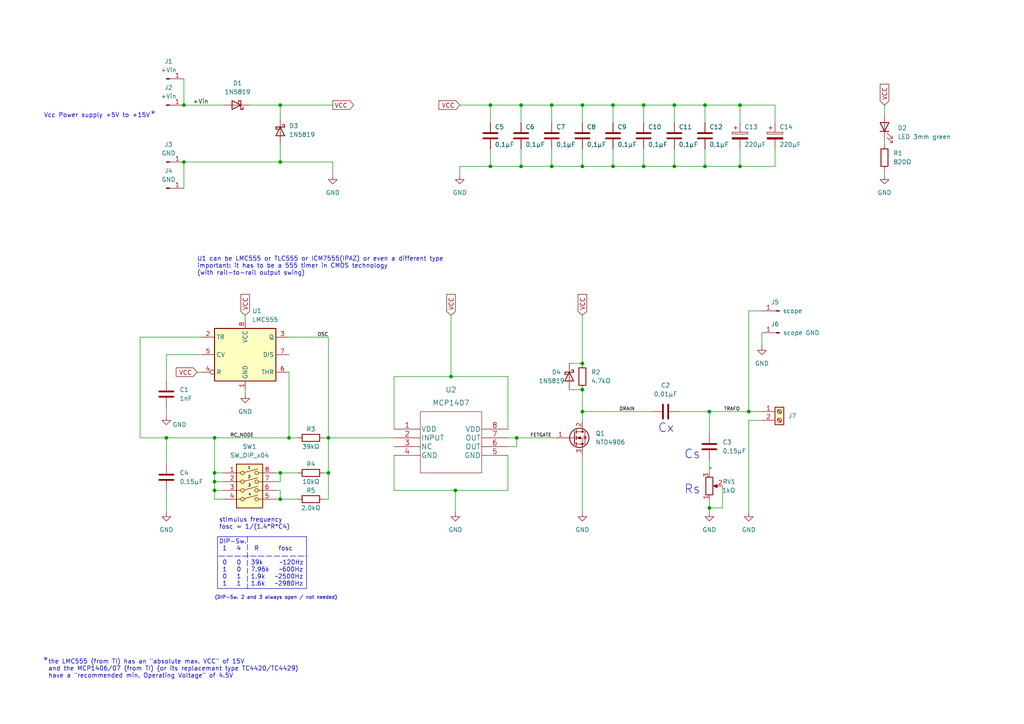
<source format=kicad_sch>
(kicad_sch (version 20211123) (generator eeschema)

  (uuid e63e39d7-6ac0-4ffd-8aa3-1841a4541b55)

  (paper "A4")

  (title_block
    (title "Quasimodo V4 (THT-Version)")
  )

  (lib_symbols
    (symbol "Connector:Conn_01x01_Male" (pin_names (offset 1.016) hide) (in_bom yes) (on_board yes)
      (property "Reference" "J" (id 0) (at 0 2.54 0)
        (effects (font (size 1.27 1.27)))
      )
      (property "Value" "Conn_01x01_Male" (id 1) (at 0 -2.54 0)
        (effects (font (size 1.27 1.27)))
      )
      (property "Footprint" "" (id 2) (at 0 0 0)
        (effects (font (size 1.27 1.27)) hide)
      )
      (property "Datasheet" "~" (id 3) (at 0 0 0)
        (effects (font (size 1.27 1.27)) hide)
      )
      (property "ki_keywords" "connector" (id 4) (at 0 0 0)
        (effects (font (size 1.27 1.27)) hide)
      )
      (property "ki_description" "Generic connector, single row, 01x01, script generated (kicad-library-utils/schlib/autogen/connector/)" (id 5) (at 0 0 0)
        (effects (font (size 1.27 1.27)) hide)
      )
      (property "ki_fp_filters" "Connector*:*" (id 6) (at 0 0 0)
        (effects (font (size 1.27 1.27)) hide)
      )
      (symbol "Conn_01x01_Male_1_1"
        (polyline
          (pts
            (xy 1.27 0)
            (xy 0.8636 0)
          )
          (stroke (width 0.1524) (type default) (color 0 0 0 0))
          (fill (type none))
        )
        (rectangle (start 0.8636 0.127) (end 0 -0.127)
          (stroke (width 0.1524) (type default) (color 0 0 0 0))
          (fill (type outline))
        )
        (pin passive line (at 5.08 0 180) (length 3.81)
          (name "Pin_1" (effects (font (size 1.27 1.27))))
          (number "1" (effects (font (size 1.27 1.27))))
        )
      )
    )
    (symbol "Connector:Screw_Terminal_01x02" (pin_names (offset 1.016) hide) (in_bom yes) (on_board yes)
      (property "Reference" "J" (id 0) (at 0 2.54 0)
        (effects (font (size 1.27 1.27)))
      )
      (property "Value" "Screw_Terminal_01x02" (id 1) (at 0 -5.08 0)
        (effects (font (size 1.27 1.27)))
      )
      (property "Footprint" "" (id 2) (at 0 0 0)
        (effects (font (size 1.27 1.27)) hide)
      )
      (property "Datasheet" "~" (id 3) (at 0 0 0)
        (effects (font (size 1.27 1.27)) hide)
      )
      (property "ki_keywords" "screw terminal" (id 4) (at 0 0 0)
        (effects (font (size 1.27 1.27)) hide)
      )
      (property "ki_description" "Generic screw terminal, single row, 01x02, script generated (kicad-library-utils/schlib/autogen/connector/)" (id 5) (at 0 0 0)
        (effects (font (size 1.27 1.27)) hide)
      )
      (property "ki_fp_filters" "TerminalBlock*:*" (id 6) (at 0 0 0)
        (effects (font (size 1.27 1.27)) hide)
      )
      (symbol "Screw_Terminal_01x02_1_1"
        (rectangle (start -1.27 1.27) (end 1.27 -3.81)
          (stroke (width 0.254) (type default) (color 0 0 0 0))
          (fill (type background))
        )
        (circle (center 0 -2.54) (radius 0.635)
          (stroke (width 0.1524) (type default) (color 0 0 0 0))
          (fill (type none))
        )
        (polyline
          (pts
            (xy -0.5334 -2.2098)
            (xy 0.3302 -3.048)
          )
          (stroke (width 0.1524) (type default) (color 0 0 0 0))
          (fill (type none))
        )
        (polyline
          (pts
            (xy -0.5334 0.3302)
            (xy 0.3302 -0.508)
          )
          (stroke (width 0.1524) (type default) (color 0 0 0 0))
          (fill (type none))
        )
        (polyline
          (pts
            (xy -0.3556 -2.032)
            (xy 0.508 -2.8702)
          )
          (stroke (width 0.1524) (type default) (color 0 0 0 0))
          (fill (type none))
        )
        (polyline
          (pts
            (xy -0.3556 0.508)
            (xy 0.508 -0.3302)
          )
          (stroke (width 0.1524) (type default) (color 0 0 0 0))
          (fill (type none))
        )
        (circle (center 0 0) (radius 0.635)
          (stroke (width 0.1524) (type default) (color 0 0 0 0))
          (fill (type none))
        )
        (pin passive line (at -5.08 0 0) (length 3.81)
          (name "Pin_1" (effects (font (size 1.27 1.27))))
          (number "1" (effects (font (size 1.27 1.27))))
        )
        (pin passive line (at -5.08 -2.54 0) (length 3.81)
          (name "Pin_2" (effects (font (size 1.27 1.27))))
          (number "2" (effects (font (size 1.27 1.27))))
        )
      )
    )
    (symbol "Device:C" (pin_numbers hide) (pin_names (offset 0.254)) (in_bom yes) (on_board yes)
      (property "Reference" "C" (id 0) (at 0.635 2.54 0)
        (effects (font (size 1.27 1.27)) (justify left))
      )
      (property "Value" "C" (id 1) (at 0.635 -2.54 0)
        (effects (font (size 1.27 1.27)) (justify left))
      )
      (property "Footprint" "" (id 2) (at 0.9652 -3.81 0)
        (effects (font (size 1.27 1.27)) hide)
      )
      (property "Datasheet" "~" (id 3) (at 0 0 0)
        (effects (font (size 1.27 1.27)) hide)
      )
      (property "ki_keywords" "cap capacitor" (id 4) (at 0 0 0)
        (effects (font (size 1.27 1.27)) hide)
      )
      (property "ki_description" "Unpolarized capacitor" (id 5) (at 0 0 0)
        (effects (font (size 1.27 1.27)) hide)
      )
      (property "ki_fp_filters" "C_*" (id 6) (at 0 0 0)
        (effects (font (size 1.27 1.27)) hide)
      )
      (symbol "C_0_1"
        (polyline
          (pts
            (xy -2.032 -0.762)
            (xy 2.032 -0.762)
          )
          (stroke (width 0.508) (type default) (color 0 0 0 0))
          (fill (type none))
        )
        (polyline
          (pts
            (xy -2.032 0.762)
            (xy 2.032 0.762)
          )
          (stroke (width 0.508) (type default) (color 0 0 0 0))
          (fill (type none))
        )
      )
      (symbol "C_1_1"
        (pin passive line (at 0 3.81 270) (length 2.794)
          (name "~" (effects (font (size 1.27 1.27))))
          (number "1" (effects (font (size 1.27 1.27))))
        )
        (pin passive line (at 0 -3.81 90) (length 2.794)
          (name "~" (effects (font (size 1.27 1.27))))
          (number "2" (effects (font (size 1.27 1.27))))
        )
      )
    )
    (symbol "Device:C_Polarized" (pin_numbers hide) (pin_names (offset 0.254)) (in_bom yes) (on_board yes)
      (property "Reference" "C" (id 0) (at 0.635 2.54 0)
        (effects (font (size 1.27 1.27)) (justify left))
      )
      (property "Value" "C_Polarized" (id 1) (at 0.635 -2.54 0)
        (effects (font (size 1.27 1.27)) (justify left))
      )
      (property "Footprint" "" (id 2) (at 0.9652 -3.81 0)
        (effects (font (size 1.27 1.27)) hide)
      )
      (property "Datasheet" "~" (id 3) (at 0 0 0)
        (effects (font (size 1.27 1.27)) hide)
      )
      (property "ki_keywords" "cap capacitor" (id 4) (at 0 0 0)
        (effects (font (size 1.27 1.27)) hide)
      )
      (property "ki_description" "Polarized capacitor" (id 5) (at 0 0 0)
        (effects (font (size 1.27 1.27)) hide)
      )
      (property "ki_fp_filters" "CP_*" (id 6) (at 0 0 0)
        (effects (font (size 1.27 1.27)) hide)
      )
      (symbol "C_Polarized_0_1"
        (rectangle (start -2.286 0.508) (end 2.286 1.016)
          (stroke (width 0) (type default) (color 0 0 0 0))
          (fill (type none))
        )
        (polyline
          (pts
            (xy -1.778 2.286)
            (xy -0.762 2.286)
          )
          (stroke (width 0) (type default) (color 0 0 0 0))
          (fill (type none))
        )
        (polyline
          (pts
            (xy -1.27 2.794)
            (xy -1.27 1.778)
          )
          (stroke (width 0) (type default) (color 0 0 0 0))
          (fill (type none))
        )
        (rectangle (start 2.286 -0.508) (end -2.286 -1.016)
          (stroke (width 0) (type default) (color 0 0 0 0))
          (fill (type outline))
        )
      )
      (symbol "C_Polarized_1_1"
        (pin passive line (at 0 3.81 270) (length 2.794)
          (name "~" (effects (font (size 1.27 1.27))))
          (number "1" (effects (font (size 1.27 1.27))))
        )
        (pin passive line (at 0 -3.81 90) (length 2.794)
          (name "~" (effects (font (size 1.27 1.27))))
          (number "2" (effects (font (size 1.27 1.27))))
        )
      )
    )
    (symbol "Device:D_Schottky" (pin_numbers hide) (pin_names (offset 1.016) hide) (in_bom yes) (on_board yes)
      (property "Reference" "D" (id 0) (at 0 2.54 0)
        (effects (font (size 1.27 1.27)))
      )
      (property "Value" "D_Schottky" (id 1) (at 0 -2.54 0)
        (effects (font (size 1.27 1.27)))
      )
      (property "Footprint" "" (id 2) (at 0 0 0)
        (effects (font (size 1.27 1.27)) hide)
      )
      (property "Datasheet" "~" (id 3) (at 0 0 0)
        (effects (font (size 1.27 1.27)) hide)
      )
      (property "ki_keywords" "diode Schottky" (id 4) (at 0 0 0)
        (effects (font (size 1.27 1.27)) hide)
      )
      (property "ki_description" "Schottky diode" (id 5) (at 0 0 0)
        (effects (font (size 1.27 1.27)) hide)
      )
      (property "ki_fp_filters" "TO-???* *_Diode_* *SingleDiode* D_*" (id 6) (at 0 0 0)
        (effects (font (size 1.27 1.27)) hide)
      )
      (symbol "D_Schottky_0_1"
        (polyline
          (pts
            (xy 1.27 0)
            (xy -1.27 0)
          )
          (stroke (width 0) (type default) (color 0 0 0 0))
          (fill (type none))
        )
        (polyline
          (pts
            (xy 1.27 1.27)
            (xy 1.27 -1.27)
            (xy -1.27 0)
            (xy 1.27 1.27)
          )
          (stroke (width 0.254) (type default) (color 0 0 0 0))
          (fill (type none))
        )
        (polyline
          (pts
            (xy -1.905 0.635)
            (xy -1.905 1.27)
            (xy -1.27 1.27)
            (xy -1.27 -1.27)
            (xy -0.635 -1.27)
            (xy -0.635 -0.635)
          )
          (stroke (width 0.254) (type default) (color 0 0 0 0))
          (fill (type none))
        )
      )
      (symbol "D_Schottky_1_1"
        (pin passive line (at -3.81 0 0) (length 2.54)
          (name "K" (effects (font (size 1.27 1.27))))
          (number "1" (effects (font (size 1.27 1.27))))
        )
        (pin passive line (at 3.81 0 180) (length 2.54)
          (name "A" (effects (font (size 1.27 1.27))))
          (number "2" (effects (font (size 1.27 1.27))))
        )
      )
    )
    (symbol "Device:LED" (pin_numbers hide) (pin_names (offset 1.016) hide) (in_bom yes) (on_board yes)
      (property "Reference" "D" (id 0) (at 0 2.54 0)
        (effects (font (size 1.27 1.27)))
      )
      (property "Value" "LED" (id 1) (at 0 -2.54 0)
        (effects (font (size 1.27 1.27)))
      )
      (property "Footprint" "" (id 2) (at 0 0 0)
        (effects (font (size 1.27 1.27)) hide)
      )
      (property "Datasheet" "~" (id 3) (at 0 0 0)
        (effects (font (size 1.27 1.27)) hide)
      )
      (property "ki_keywords" "LED diode" (id 4) (at 0 0 0)
        (effects (font (size 1.27 1.27)) hide)
      )
      (property "ki_description" "Light emitting diode" (id 5) (at 0 0 0)
        (effects (font (size 1.27 1.27)) hide)
      )
      (property "ki_fp_filters" "LED* LED_SMD:* LED_THT:*" (id 6) (at 0 0 0)
        (effects (font (size 1.27 1.27)) hide)
      )
      (symbol "LED_0_1"
        (polyline
          (pts
            (xy -1.27 -1.27)
            (xy -1.27 1.27)
          )
          (stroke (width 0.254) (type default) (color 0 0 0 0))
          (fill (type none))
        )
        (polyline
          (pts
            (xy -1.27 0)
            (xy 1.27 0)
          )
          (stroke (width 0) (type default) (color 0 0 0 0))
          (fill (type none))
        )
        (polyline
          (pts
            (xy 1.27 -1.27)
            (xy 1.27 1.27)
            (xy -1.27 0)
            (xy 1.27 -1.27)
          )
          (stroke (width 0.254) (type default) (color 0 0 0 0))
          (fill (type none))
        )
        (polyline
          (pts
            (xy -3.048 -0.762)
            (xy -4.572 -2.286)
            (xy -3.81 -2.286)
            (xy -4.572 -2.286)
            (xy -4.572 -1.524)
          )
          (stroke (width 0) (type default) (color 0 0 0 0))
          (fill (type none))
        )
        (polyline
          (pts
            (xy -1.778 -0.762)
            (xy -3.302 -2.286)
            (xy -2.54 -2.286)
            (xy -3.302 -2.286)
            (xy -3.302 -1.524)
          )
          (stroke (width 0) (type default) (color 0 0 0 0))
          (fill (type none))
        )
      )
      (symbol "LED_1_1"
        (pin passive line (at -3.81 0 0) (length 2.54)
          (name "K" (effects (font (size 1.27 1.27))))
          (number "1" (effects (font (size 1.27 1.27))))
        )
        (pin passive line (at 3.81 0 180) (length 2.54)
          (name "A" (effects (font (size 1.27 1.27))))
          (number "2" (effects (font (size 1.27 1.27))))
        )
      )
    )
    (symbol "Device:R" (pin_numbers hide) (pin_names (offset 0)) (in_bom yes) (on_board yes)
      (property "Reference" "R" (id 0) (at 2.032 0 90)
        (effects (font (size 1.27 1.27)))
      )
      (property "Value" "R" (id 1) (at 0 0 90)
        (effects (font (size 1.27 1.27)))
      )
      (property "Footprint" "" (id 2) (at -1.778 0 90)
        (effects (font (size 1.27 1.27)) hide)
      )
      (property "Datasheet" "~" (id 3) (at 0 0 0)
        (effects (font (size 1.27 1.27)) hide)
      )
      (property "ki_keywords" "R res resistor" (id 4) (at 0 0 0)
        (effects (font (size 1.27 1.27)) hide)
      )
      (property "ki_description" "Resistor" (id 5) (at 0 0 0)
        (effects (font (size 1.27 1.27)) hide)
      )
      (property "ki_fp_filters" "R_*" (id 6) (at 0 0 0)
        (effects (font (size 1.27 1.27)) hide)
      )
      (symbol "R_0_1"
        (rectangle (start -1.016 -2.54) (end 1.016 2.54)
          (stroke (width 0.254) (type default) (color 0 0 0 0))
          (fill (type none))
        )
      )
      (symbol "R_1_1"
        (pin passive line (at 0 3.81 270) (length 1.27)
          (name "~" (effects (font (size 1.27 1.27))))
          (number "1" (effects (font (size 1.27 1.27))))
        )
        (pin passive line (at 0 -3.81 90) (length 1.27)
          (name "~" (effects (font (size 1.27 1.27))))
          (number "2" (effects (font (size 1.27 1.27))))
        )
      )
    )
    (symbol "Device:R_Potentiometer" (pin_names (offset 1.016) hide) (in_bom yes) (on_board yes)
      (property "Reference" "RV" (id 0) (at -4.445 0 90)
        (effects (font (size 1.27 1.27)))
      )
      (property "Value" "R_Potentiometer" (id 1) (at -2.54 0 90)
        (effects (font (size 1.27 1.27)))
      )
      (property "Footprint" "" (id 2) (at 0 0 0)
        (effects (font (size 1.27 1.27)) hide)
      )
      (property "Datasheet" "~" (id 3) (at 0 0 0)
        (effects (font (size 1.27 1.27)) hide)
      )
      (property "ki_keywords" "resistor variable" (id 4) (at 0 0 0)
        (effects (font (size 1.27 1.27)) hide)
      )
      (property "ki_description" "Potentiometer" (id 5) (at 0 0 0)
        (effects (font (size 1.27 1.27)) hide)
      )
      (property "ki_fp_filters" "Potentiometer*" (id 6) (at 0 0 0)
        (effects (font (size 1.27 1.27)) hide)
      )
      (symbol "R_Potentiometer_0_1"
        (polyline
          (pts
            (xy 2.54 0)
            (xy 1.524 0)
          )
          (stroke (width 0) (type default) (color 0 0 0 0))
          (fill (type none))
        )
        (polyline
          (pts
            (xy 1.143 0)
            (xy 2.286 0.508)
            (xy 2.286 -0.508)
            (xy 1.143 0)
          )
          (stroke (width 0) (type default) (color 0 0 0 0))
          (fill (type outline))
        )
        (rectangle (start 1.016 2.54) (end -1.016 -2.54)
          (stroke (width 0.254) (type default) (color 0 0 0 0))
          (fill (type none))
        )
      )
      (symbol "R_Potentiometer_1_1"
        (pin passive line (at 0 3.81 270) (length 1.27)
          (name "1" (effects (font (size 1.27 1.27))))
          (number "1" (effects (font (size 1.27 1.27))))
        )
        (pin passive line (at 3.81 0 180) (length 1.27)
          (name "2" (effects (font (size 1.27 1.27))))
          (number "2" (effects (font (size 1.27 1.27))))
        )
        (pin passive line (at 0 -3.81 90) (length 1.27)
          (name "3" (effects (font (size 1.27 1.27))))
          (number "3" (effects (font (size 1.27 1.27))))
        )
      )
    )
    (symbol "Switch:SW_DIP_x04" (pin_names (offset 0) hide) (in_bom yes) (on_board yes)
      (property "Reference" "SW" (id 0) (at 0 8.89 0)
        (effects (font (size 1.27 1.27)))
      )
      (property "Value" "SW_DIP_x04" (id 1) (at 0 -6.35 0)
        (effects (font (size 1.27 1.27)))
      )
      (property "Footprint" "" (id 2) (at 0 0 0)
        (effects (font (size 1.27 1.27)) hide)
      )
      (property "Datasheet" "~" (id 3) (at 0 0 0)
        (effects (font (size 1.27 1.27)) hide)
      )
      (property "ki_keywords" "dip switch" (id 4) (at 0 0 0)
        (effects (font (size 1.27 1.27)) hide)
      )
      (property "ki_description" "4x DIP Switch, Single Pole Single Throw (SPST) switch, small symbol" (id 5) (at 0 0 0)
        (effects (font (size 1.27 1.27)) hide)
      )
      (property "ki_fp_filters" "SW?DIP?x4*" (id 6) (at 0 0 0)
        (effects (font (size 1.27 1.27)) hide)
      )
      (symbol "SW_DIP_x04_0_0"
        (circle (center -2.032 -2.54) (radius 0.508)
          (stroke (width 0) (type default) (color 0 0 0 0))
          (fill (type none))
        )
        (circle (center -2.032 0) (radius 0.508)
          (stroke (width 0) (type default) (color 0 0 0 0))
          (fill (type none))
        )
        (circle (center -2.032 2.54) (radius 0.508)
          (stroke (width 0) (type default) (color 0 0 0 0))
          (fill (type none))
        )
        (circle (center -2.032 5.08) (radius 0.508)
          (stroke (width 0) (type default) (color 0 0 0 0))
          (fill (type none))
        )
        (polyline
          (pts
            (xy -1.524 -2.3876)
            (xy 2.3622 -1.3462)
          )
          (stroke (width 0) (type default) (color 0 0 0 0))
          (fill (type none))
        )
        (polyline
          (pts
            (xy -1.524 0.127)
            (xy 2.3622 1.1684)
          )
          (stroke (width 0) (type default) (color 0 0 0 0))
          (fill (type none))
        )
        (polyline
          (pts
            (xy -1.524 2.667)
            (xy 2.3622 3.7084)
          )
          (stroke (width 0) (type default) (color 0 0 0 0))
          (fill (type none))
        )
        (polyline
          (pts
            (xy -1.524 5.207)
            (xy 2.3622 6.2484)
          )
          (stroke (width 0) (type default) (color 0 0 0 0))
          (fill (type none))
        )
        (circle (center 2.032 -2.54) (radius 0.508)
          (stroke (width 0) (type default) (color 0 0 0 0))
          (fill (type none))
        )
        (circle (center 2.032 0) (radius 0.508)
          (stroke (width 0) (type default) (color 0 0 0 0))
          (fill (type none))
        )
        (circle (center 2.032 2.54) (radius 0.508)
          (stroke (width 0) (type default) (color 0 0 0 0))
          (fill (type none))
        )
        (circle (center 2.032 5.08) (radius 0.508)
          (stroke (width 0) (type default) (color 0 0 0 0))
          (fill (type none))
        )
      )
      (symbol "SW_DIP_x04_0_1"
        (rectangle (start -3.81 7.62) (end 3.81 -5.08)
          (stroke (width 0.254) (type default) (color 0 0 0 0))
          (fill (type background))
        )
      )
      (symbol "SW_DIP_x04_1_1"
        (pin passive line (at -7.62 5.08 0) (length 5.08)
          (name "~" (effects (font (size 1.27 1.27))))
          (number "1" (effects (font (size 1.27 1.27))))
        )
        (pin passive line (at -7.62 2.54 0) (length 5.08)
          (name "~" (effects (font (size 1.27 1.27))))
          (number "2" (effects (font (size 1.27 1.27))))
        )
        (pin passive line (at -7.62 0 0) (length 5.08)
          (name "~" (effects (font (size 1.27 1.27))))
          (number "3" (effects (font (size 1.27 1.27))))
        )
        (pin passive line (at -7.62 -2.54 0) (length 5.08)
          (name "~" (effects (font (size 1.27 1.27))))
          (number "4" (effects (font (size 1.27 1.27))))
        )
        (pin passive line (at 7.62 -2.54 180) (length 5.08)
          (name "~" (effects (font (size 1.27 1.27))))
          (number "5" (effects (font (size 1.27 1.27))))
        )
        (pin passive line (at 7.62 0 180) (length 5.08)
          (name "~" (effects (font (size 1.27 1.27))))
          (number "6" (effects (font (size 1.27 1.27))))
        )
        (pin passive line (at 7.62 2.54 180) (length 5.08)
          (name "~" (effects (font (size 1.27 1.27))))
          (number "7" (effects (font (size 1.27 1.27))))
        )
        (pin passive line (at 7.62 5.08 180) (length 5.08)
          (name "~" (effects (font (size 1.27 1.27))))
          (number "8" (effects (font (size 1.27 1.27))))
        )
      )
    )
    (symbol "Timer:LMC555xN" (in_bom yes) (on_board yes)
      (property "Reference" "U" (id 0) (at -10.16 8.89 0)
        (effects (font (size 1.27 1.27)) (justify left))
      )
      (property "Value" "LMC555xN" (id 1) (at 2.54 8.89 0)
        (effects (font (size 1.27 1.27)) (justify left))
      )
      (property "Footprint" "Package_DIP:DIP-8_W7.62mm" (id 2) (at 16.51 -10.16 0)
        (effects (font (size 1.27 1.27)) hide)
      )
      (property "Datasheet" "http://www.ti.com/lit/ds/symlink/lmc555.pdf" (id 3) (at 21.59 -10.16 0)
        (effects (font (size 1.27 1.27)) hide)
      )
      (property "ki_keywords" "single timer 555" (id 4) (at 0 0 0)
        (effects (font (size 1.27 1.27)) hide)
      )
      (property "ki_description" "CMOS Timer, 555 compatible, PDIP-8" (id 5) (at 0 0 0)
        (effects (font (size 1.27 1.27)) hide)
      )
      (property "ki_fp_filters" "DIP*W7.62mm*" (id 6) (at 0 0 0)
        (effects (font (size 1.27 1.27)) hide)
      )
      (symbol "LMC555xN_0_0"
        (pin power_in line (at 0 -10.16 90) (length 2.54)
          (name "GND" (effects (font (size 1.27 1.27))))
          (number "1" (effects (font (size 1.27 1.27))))
        )
        (pin power_in line (at 0 10.16 270) (length 2.54)
          (name "VCC" (effects (font (size 1.27 1.27))))
          (number "8" (effects (font (size 1.27 1.27))))
        )
      )
      (symbol "LMC555xN_0_1"
        (rectangle (start -8.89 -7.62) (end 8.89 7.62)
          (stroke (width 0.254) (type default) (color 0 0 0 0))
          (fill (type background))
        )
        (rectangle (start -8.89 -7.62) (end 8.89 7.62)
          (stroke (width 0.254) (type default) (color 0 0 0 0))
          (fill (type background))
        )
      )
      (symbol "LMC555xN_1_1"
        (pin input line (at -12.7 5.08 0) (length 3.81)
          (name "TR" (effects (font (size 1.27 1.27))))
          (number "2" (effects (font (size 1.27 1.27))))
        )
        (pin output line (at 12.7 5.08 180) (length 3.81)
          (name "Q" (effects (font (size 1.27 1.27))))
          (number "3" (effects (font (size 1.27 1.27))))
        )
        (pin input inverted (at -12.7 -5.08 0) (length 3.81)
          (name "R" (effects (font (size 1.27 1.27))))
          (number "4" (effects (font (size 1.27 1.27))))
        )
        (pin input line (at -12.7 0 0) (length 3.81)
          (name "CV" (effects (font (size 1.27 1.27))))
          (number "5" (effects (font (size 1.27 1.27))))
        )
        (pin input line (at 12.7 -5.08 180) (length 3.81)
          (name "THR" (effects (font (size 1.27 1.27))))
          (number "6" (effects (font (size 1.27 1.27))))
        )
        (pin input line (at 12.7 0 180) (length 3.81)
          (name "DIS" (effects (font (size 1.27 1.27))))
          (number "7" (effects (font (size 1.27 1.27))))
        )
      )
    )
    (symbol "Transistor_FET:IRLB8721PBF" (pin_names hide) (in_bom yes) (on_board yes)
      (property "Reference" "Q" (id 0) (at 6.35 1.905 0)
        (effects (font (size 1.27 1.27)) (justify left))
      )
      (property "Value" "IRLB8721PBF" (id 1) (at 6.35 0 0)
        (effects (font (size 1.27 1.27)) (justify left))
      )
      (property "Footprint" "Package_TO_SOT_THT:TO-220-3_Vertical" (id 2) (at 6.35 -1.905 0)
        (effects (font (size 1.27 1.27) italic) (justify left) hide)
      )
      (property "Datasheet" "http://www.infineon.com/dgdl/irlb8721pbf.pdf?fileId=5546d462533600a40153566056732591" (id 3) (at 0 0 0)
        (effects (font (size 1.27 1.27)) (justify left) hide)
      )
      (property "ki_keywords" "N-Channel HEXFET MOSFET Logic-Level" (id 4) (at 0 0 0)
        (effects (font (size 1.27 1.27)) hide)
      )
      (property "ki_description" "62A Id, 30V Vds, 8.7 mOhm Rds, N-Channel HEXFET Power MOSFET, TO-220" (id 5) (at 0 0 0)
        (effects (font (size 1.27 1.27)) hide)
      )
      (property "ki_fp_filters" "TO?220*" (id 6) (at 0 0 0)
        (effects (font (size 1.27 1.27)) hide)
      )
      (symbol "IRLB8721PBF_0_1"
        (polyline
          (pts
            (xy 0.254 0)
            (xy -2.54 0)
          )
          (stroke (width 0) (type default) (color 0 0 0 0))
          (fill (type none))
        )
        (polyline
          (pts
            (xy 0.254 1.905)
            (xy 0.254 -1.905)
          )
          (stroke (width 0.254) (type default) (color 0 0 0 0))
          (fill (type none))
        )
        (polyline
          (pts
            (xy 0.762 -1.27)
            (xy 0.762 -2.286)
          )
          (stroke (width 0.254) (type default) (color 0 0 0 0))
          (fill (type none))
        )
        (polyline
          (pts
            (xy 0.762 0.508)
            (xy 0.762 -0.508)
          )
          (stroke (width 0.254) (type default) (color 0 0 0 0))
          (fill (type none))
        )
        (polyline
          (pts
            (xy 0.762 2.286)
            (xy 0.762 1.27)
          )
          (stroke (width 0.254) (type default) (color 0 0 0 0))
          (fill (type none))
        )
        (polyline
          (pts
            (xy 2.54 2.54)
            (xy 2.54 1.778)
          )
          (stroke (width 0) (type default) (color 0 0 0 0))
          (fill (type none))
        )
        (polyline
          (pts
            (xy 2.54 -2.54)
            (xy 2.54 0)
            (xy 0.762 0)
          )
          (stroke (width 0) (type default) (color 0 0 0 0))
          (fill (type none))
        )
        (polyline
          (pts
            (xy 0.762 -1.778)
            (xy 3.302 -1.778)
            (xy 3.302 1.778)
            (xy 0.762 1.778)
          )
          (stroke (width 0) (type default) (color 0 0 0 0))
          (fill (type none))
        )
        (polyline
          (pts
            (xy 1.016 0)
            (xy 2.032 0.381)
            (xy 2.032 -0.381)
            (xy 1.016 0)
          )
          (stroke (width 0) (type default) (color 0 0 0 0))
          (fill (type outline))
        )
        (polyline
          (pts
            (xy 2.794 0.508)
            (xy 2.921 0.381)
            (xy 3.683 0.381)
            (xy 3.81 0.254)
          )
          (stroke (width 0) (type default) (color 0 0 0 0))
          (fill (type none))
        )
        (polyline
          (pts
            (xy 3.302 0.381)
            (xy 2.921 -0.254)
            (xy 3.683 -0.254)
            (xy 3.302 0.381)
          )
          (stroke (width 0) (type default) (color 0 0 0 0))
          (fill (type none))
        )
        (circle (center 1.651 0) (radius 2.794)
          (stroke (width 0.254) (type default) (color 0 0 0 0))
          (fill (type none))
        )
        (circle (center 2.54 -1.778) (radius 0.254)
          (stroke (width 0) (type default) (color 0 0 0 0))
          (fill (type outline))
        )
        (circle (center 2.54 1.778) (radius 0.254)
          (stroke (width 0) (type default) (color 0 0 0 0))
          (fill (type outline))
        )
      )
      (symbol "IRLB8721PBF_1_1"
        (pin input line (at -5.08 0 0) (length 2.54)
          (name "G" (effects (font (size 1.27 1.27))))
          (number "1" (effects (font (size 1.27 1.27))))
        )
        (pin passive line (at 2.54 5.08 270) (length 2.54)
          (name "D" (effects (font (size 1.27 1.27))))
          (number "2" (effects (font (size 1.27 1.27))))
        )
        (pin passive line (at 2.54 -5.08 90) (length 2.54)
          (name "S" (effects (font (size 1.27 1.27))))
          (number "3" (effects (font (size 1.27 1.27))))
        )
      )
    )
    (symbol "analoghifi:MCP1407" (pin_names (offset 0.254)) (in_bom yes) (on_board yes)
      (property "Reference" "U" (id 0) (at 15.24 11.43 0)
        (effects (font (size 1.524 1.524)))
      )
      (property "Value" "MCP1407" (id 1) (at 15.24 8.89 0)
        (effects (font (size 1.524 1.524)))
      )
      (property "Footprint" "Package_DIP:DIP-8_W7.62mm" (id 2) (at 16.51 6.35 0)
        (effects (font (size 1.524 1.524)) hide)
      )
      (property "Datasheet" "" (id 3) (at 0 0 0)
        (effects (font (size 1.524 1.524)))
      )
      (property "ki_locked" "" (id 4) (at 0 0 0)
        (effects (font (size 1.27 1.27)))
      )
      (property "ki_fp_filters" "PDIP8_300MC_MCH" (id 5) (at 0 0 0)
        (effects (font (size 1.27 1.27)) hide)
      )
      (symbol "MCP1407_1_1"
        (polyline
          (pts
            (xy 7.62 -12.7)
            (xy 25.4 -12.7)
          )
          (stroke (width 0.127) (type default) (color 0 0 0 0))
          (fill (type none))
        )
        (polyline
          (pts
            (xy 7.62 5.08)
            (xy 7.62 -12.7)
          )
          (stroke (width 0.127) (type default) (color 0 0 0 0))
          (fill (type none))
        )
        (polyline
          (pts
            (xy 25.4 -12.7)
            (xy 25.4 5.08)
          )
          (stroke (width 0.127) (type default) (color 0 0 0 0))
          (fill (type none))
        )
        (polyline
          (pts
            (xy 25.4 5.08)
            (xy 7.62 5.08)
          )
          (stroke (width 0.127) (type default) (color 0 0 0 0))
          (fill (type none))
        )
        (pin unspecified line (at 0 0 0) (length 7.62)
          (name "VDD" (effects (font (size 1.4986 1.4986))))
          (number "1" (effects (font (size 1.4986 1.4986))))
        )
        (pin unspecified line (at 0 -2.54 0) (length 7.62)
          (name "INPUT" (effects (font (size 1.4986 1.4986))))
          (number "2" (effects (font (size 1.4986 1.4986))))
        )
        (pin unspecified line (at 0 -5.08 0) (length 7.62)
          (name "NC" (effects (font (size 1.4986 1.4986))))
          (number "3" (effects (font (size 1.4986 1.4986))))
        )
        (pin unspecified line (at 0 -7.62 0) (length 7.62)
          (name "GND" (effects (font (size 1.4986 1.4986))))
          (number "4" (effects (font (size 1.4986 1.4986))))
        )
        (pin unspecified line (at 33.02 -7.62 180) (length 7.62)
          (name "GND" (effects (font (size 1.4986 1.4986))))
          (number "5" (effects (font (size 1.4986 1.4986))))
        )
        (pin unspecified line (at 33.02 -5.08 180) (length 7.62)
          (name "OUT" (effects (font (size 1.4986 1.4986))))
          (number "6" (effects (font (size 1.4986 1.4986))))
        )
        (pin unspecified line (at 33.02 -2.54 180) (length 7.62)
          (name "OUT" (effects (font (size 1.4986 1.4986))))
          (number "7" (effects (font (size 1.4986 1.4986))))
        )
        (pin unspecified line (at 33.02 0 180) (length 7.62)
          (name "VDD" (effects (font (size 1.4986 1.4986))))
          (number "8" (effects (font (size 1.4986 1.4986))))
        )
      )
    )
    (symbol "power:GND" (power) (pin_names (offset 0)) (in_bom yes) (on_board yes)
      (property "Reference" "#PWR" (id 0) (at 0 -6.35 0)
        (effects (font (size 1.27 1.27)) hide)
      )
      (property "Value" "GND" (id 1) (at 0 -3.81 0)
        (effects (font (size 1.27 1.27)))
      )
      (property "Footprint" "" (id 2) (at 0 0 0)
        (effects (font (size 1.27 1.27)) hide)
      )
      (property "Datasheet" "" (id 3) (at 0 0 0)
        (effects (font (size 1.27 1.27)) hide)
      )
      (property "ki_keywords" "power-flag" (id 4) (at 0 0 0)
        (effects (font (size 1.27 1.27)) hide)
      )
      (property "ki_description" "Power symbol creates a global label with name \"GND\" , ground" (id 5) (at 0 0 0)
        (effects (font (size 1.27 1.27)) hide)
      )
      (symbol "GND_0_1"
        (polyline
          (pts
            (xy 0 0)
            (xy 0 -1.27)
            (xy 1.27 -1.27)
            (xy 0 -2.54)
            (xy -1.27 -1.27)
            (xy 0 -1.27)
          )
          (stroke (width 0) (type default) (color 0 0 0 0))
          (fill (type none))
        )
      )
      (symbol "GND_1_1"
        (pin power_in line (at 0 0 270) (length 0) hide
          (name "GND" (effects (font (size 1.27 1.27))))
          (number "1" (effects (font (size 1.27 1.27))))
        )
      )
    )
  )

  (junction (at 168.91 105.41) (diameter 0) (color 0 0 0 0)
    (uuid 011fca27-ac91-4d7a-bbad-e4c99ab13fa1)
  )
  (junction (at 62.23 142.24) (diameter 0) (color 0 0 0 0)
    (uuid 0b4b9ba6-c1e1-40b2-acb2-cd2385477512)
  )
  (junction (at 168.91 48.26) (diameter 0) (color 0 0 0 0)
    (uuid 0fc9b731-fad7-4b0d-8602-405fb9cf39f6)
  )
  (junction (at 186.69 48.26) (diameter 0) (color 0 0 0 0)
    (uuid 19b1e16f-da3a-4cef-bad9-be4dabc485b9)
  )
  (junction (at 95.25 137.16) (diameter 0) (color 0 0 0 0)
    (uuid 1f59254f-5c72-4a4e-8c16-5db66a199328)
  )
  (junction (at 149.86 127) (diameter 0) (color 0 0 0 0)
    (uuid 21eba64f-0ed1-4b8f-bfc0-c00811049257)
  )
  (junction (at 177.8 30.48) (diameter 0) (color 0 0 0 0)
    (uuid 2b3f7638-2339-42bd-82bc-ec14ebbdf568)
  )
  (junction (at 62.23 139.7) (diameter 0) (color 0 0 0 0)
    (uuid 2b8940ac-97df-4882-ad0d-7bf79f93b953)
  )
  (junction (at 204.47 48.26) (diameter 0) (color 0 0 0 0)
    (uuid 2caa87f1-41f5-45d1-a93f-5a76a479ca32)
  )
  (junction (at 195.58 48.26) (diameter 0) (color 0 0 0 0)
    (uuid 32728eb7-1888-49a4-b53a-17b8b14103cc)
  )
  (junction (at 130.81 109.22) (diameter 0) (color 0 0 0 0)
    (uuid 32c75499-fa5a-48b2-9fa4-09eec76fc673)
  )
  (junction (at 53.34 30.48) (diameter 0) (color 0 0 0 0)
    (uuid 3309dc89-14f6-4b54-979f-a773d943f978)
  )
  (junction (at 83.82 127) (diameter 0) (color 0 0 0 0)
    (uuid 352d7e22-fe8c-4a1b-9b02-533711108c7b)
  )
  (junction (at 62.23 137.16) (diameter 0) (color 0 0 0 0)
    (uuid 37532c30-9ed3-4a40-be1b-e91ce1376e6d)
  )
  (junction (at 142.24 30.48) (diameter 0) (color 0 0 0 0)
    (uuid 37a77a38-90dd-44a3-996d-d61281392ebb)
  )
  (junction (at 151.13 30.48) (diameter 0) (color 0 0 0 0)
    (uuid 47a55353-f10e-469d-9a53-e7794873013a)
  )
  (junction (at 81.28 137.16) (diameter 0) (color 0 0 0 0)
    (uuid 47a5c784-b3ae-453f-9d3f-1ecb6b931be3)
  )
  (junction (at 195.58 30.48) (diameter 0) (color 0 0 0 0)
    (uuid 4c897d61-d100-4f26-b532-3e4b44a3e5d8)
  )
  (junction (at 204.47 30.48) (diameter 0) (color 0 0 0 0)
    (uuid 4d81284b-4c9c-4f3e-b329-ee349a15edd3)
  )
  (junction (at 205.74 119.38) (diameter 0) (color 0 0 0 0)
    (uuid 4defd2dc-d260-4305-a0ca-d4a23e45bdbf)
  )
  (junction (at 160.02 30.48) (diameter 0) (color 0 0 0 0)
    (uuid 4f2cce9c-4d27-485b-bcef-6abce8968485)
  )
  (junction (at 142.24 48.26) (diameter 0) (color 0 0 0 0)
    (uuid 62424b23-86a0-46bb-9b34-b9e51443c544)
  )
  (junction (at 214.63 48.26) (diameter 0) (color 0 0 0 0)
    (uuid 6786f77d-20ba-4519-9546-bc98d4891b0d)
  )
  (junction (at 168.91 30.48) (diameter 0) (color 0 0 0 0)
    (uuid 7a96605b-d9c5-419c-8d01-4dc875b25caa)
  )
  (junction (at 214.63 30.48) (diameter 0) (color 0 0 0 0)
    (uuid 93ef045e-e676-4424-8ead-c2b6e5211713)
  )
  (junction (at 62.23 127) (diameter 0) (color 0 0 0 0)
    (uuid 98652f68-1771-43c4-879b-786285437dea)
  )
  (junction (at 81.28 144.78) (diameter 0) (color 0 0 0 0)
    (uuid a4f6a795-63fa-4e6c-9d07-e9dd1d72db00)
  )
  (junction (at 186.69 30.48) (diameter 0) (color 0 0 0 0)
    (uuid ac4f77f2-ee48-4bc6-b28a-7690d939e513)
  )
  (junction (at 168.91 119.38) (diameter 0) (color 0 0 0 0)
    (uuid b261e092-1146-47df-b9ad-c8f339d55675)
  )
  (junction (at 205.74 147.32) (diameter 0) (color 0 0 0 0)
    (uuid b34ac834-09ce-4406-bc2f-6ca50048fcfd)
  )
  (junction (at 95.25 127) (diameter 0) (color 0 0 0 0)
    (uuid b616cc24-6670-4b7b-b7e9-f62f0ee34d76)
  )
  (junction (at 168.91 113.03) (diameter 0) (color 0 0 0 0)
    (uuid bd7e6420-99d4-4d9e-9fc0-4cfc0a558cf6)
  )
  (junction (at 217.17 119.38) (diameter 0) (color 0 0 0 0)
    (uuid ca7d7d27-1860-4881-9a6b-d4112f58ae3a)
  )
  (junction (at 177.8 48.26) (diameter 0) (color 0 0 0 0)
    (uuid cab82a5a-0aff-4e0b-a687-0fa6b4a497f1)
  )
  (junction (at 81.28 46.99) (diameter 0) (color 0 0 0 0)
    (uuid cf37d48f-0066-4927-b28c-73724ec70dfb)
  )
  (junction (at 151.13 48.26) (diameter 0) (color 0 0 0 0)
    (uuid e6bf0dfe-7440-4e3e-8e6d-d918b413c3a0)
  )
  (junction (at 160.02 48.26) (diameter 0) (color 0 0 0 0)
    (uuid e791bff9-ca72-4625-b193-c49556bf89ea)
  )
  (junction (at 53.34 46.99) (diameter 0) (color 0 0 0 0)
    (uuid f4123535-8722-4c87-8b4b-05782cbf9e36)
  )
  (junction (at 48.26 127) (diameter 0) (color 0 0 0 0)
    (uuid f7a1b535-b101-4757-ba4b-e1f809d26646)
  )
  (junction (at 132.08 142.24) (diameter 0) (color 0 0 0 0)
    (uuid fd83ec13-490b-4f0c-8eca-7c4e847cbf0c)
  )
  (junction (at 81.28 30.48) (diameter 0) (color 0 0 0 0)
    (uuid ff39e288-ab13-486a-8368-418be81994f8)
  )

  (wire (pts (xy 168.91 30.48) (xy 177.8 30.48))
    (stroke (width 0) (type default) (color 0 0 0 0))
    (uuid 01714edc-afe1-48ef-ba19-d40531404405)
  )
  (wire (pts (xy 147.32 109.22) (xy 130.81 109.22))
    (stroke (width 0) (type default) (color 0 0 0 0))
    (uuid 019399d9-b07b-43f3-9d8d-2e1354029fde)
  )
  (wire (pts (xy 114.3 132.08) (xy 114.3 142.24))
    (stroke (width 0) (type default) (color 0 0 0 0))
    (uuid 05596bd2-2022-4ea3-881c-171417574f3a)
  )
  (wire (pts (xy 168.91 119.38) (xy 168.91 121.92))
    (stroke (width 0) (type default) (color 0 0 0 0))
    (uuid 0703acb9-c8e4-446f-b9ba-ac9041e9ae4b)
  )
  (wire (pts (xy 53.34 30.48) (xy 64.77 30.48))
    (stroke (width 0) (type default) (color 0 0 0 0))
    (uuid 08bc46b8-abf7-43f4-9e66-161057353624)
  )
  (wire (pts (xy 177.8 48.26) (xy 186.69 48.26))
    (stroke (width 0) (type default) (color 0 0 0 0))
    (uuid 0c8ab7a4-8840-4bc3-bf1e-2b3b4da86483)
  )
  (wire (pts (xy 168.91 132.08) (xy 168.91 148.59))
    (stroke (width 0) (type default) (color 0 0 0 0))
    (uuid 12e852d6-9a8f-4d29-9f75-d643a697b722)
  )
  (wire (pts (xy 95.25 144.78) (xy 93.98 144.78))
    (stroke (width 0) (type default) (color 0 0 0 0))
    (uuid 14d57fa5-aeb3-41c4-9810-4c7c75c6adae)
  )
  (wire (pts (xy 195.58 30.48) (xy 195.58 35.56))
    (stroke (width 0) (type default) (color 0 0 0 0))
    (uuid 15070564-f178-4ebd-a62f-7056f2cd0f6d)
  )
  (wire (pts (xy 151.13 30.48) (xy 160.02 30.48))
    (stroke (width 0) (type default) (color 0 0 0 0))
    (uuid 1989103f-214b-4d82-9bc8-233dc88f6292)
  )
  (wire (pts (xy 62.23 137.16) (xy 64.77 137.16))
    (stroke (width 0) (type default) (color 0 0 0 0))
    (uuid 1a4ff772-4209-470e-a713-027a53487675)
  )
  (wire (pts (xy 224.79 35.56) (xy 224.79 30.48))
    (stroke (width 0) (type default) (color 0 0 0 0))
    (uuid 1dbd952c-b7fa-4e55-8533-c8a6404af196)
  )
  (polyline (pts (xy 71.7821 155.5986) (xy 71.7821 170.6908))
    (stroke (width 0) (type default) (color 0 0 0 0))
    (uuid 1f84e492-2a66-403d-bdd8-8b6e8e69764a)
  )

  (wire (pts (xy 195.58 30.48) (xy 204.47 30.48))
    (stroke (width 0) (type default) (color 0 0 0 0))
    (uuid 2066111b-d0e2-4f48-9d2a-e034ca17d926)
  )
  (wire (pts (xy 48.26 102.87) (xy 48.26 110.49))
    (stroke (width 0) (type default) (color 0 0 0 0))
    (uuid 20db809d-db22-4b81-abd9-338670854ce4)
  )
  (wire (pts (xy 40.64 127) (xy 40.64 97.79))
    (stroke (width 0) (type default) (color 0 0 0 0))
    (uuid 22455da8-26d1-44ff-8fc1-cdf1a4fcc0a3)
  )
  (wire (pts (xy 53.34 22.86) (xy 53.34 30.48))
    (stroke (width 0) (type default) (color 0 0 0 0))
    (uuid 22c05690-1442-4159-85c7-f9be5f267a2e)
  )
  (wire (pts (xy 209.55 140.97) (xy 209.55 147.32))
    (stroke (width 0) (type default) (color 0 0 0 0))
    (uuid 2395e137-1ec1-451a-86f5-daacbc35de9e)
  )
  (wire (pts (xy 62.23 144.78) (xy 62.23 142.24))
    (stroke (width 0) (type default) (color 0 0 0 0))
    (uuid 242f7e9c-5f31-4bcb-b9e2-58088f550c72)
  )
  (wire (pts (xy 205.74 119.38) (xy 217.17 119.38))
    (stroke (width 0) (type default) (color 0 0 0 0))
    (uuid 24f67fb0-69e2-4e39-b299-ecf2b08b55f6)
  )
  (wire (pts (xy 142.24 43.18) (xy 142.24 48.26))
    (stroke (width 0) (type default) (color 0 0 0 0))
    (uuid 263c1329-da83-44b4-93b7-41446584edee)
  )
  (wire (pts (xy 214.63 30.48) (xy 224.79 30.48))
    (stroke (width 0) (type default) (color 0 0 0 0))
    (uuid 287864ed-7280-4ec3-a132-0cf8486187f0)
  )
  (wire (pts (xy 142.24 48.26) (xy 151.13 48.26))
    (stroke (width 0) (type default) (color 0 0 0 0))
    (uuid 29905a91-9175-44bb-8f90-6de5e279a7d7)
  )
  (wire (pts (xy 147.32 124.46) (xy 147.32 109.22))
    (stroke (width 0) (type default) (color 0 0 0 0))
    (uuid 2cb60d2e-6ac9-4d51-bfa5-56127be44437)
  )
  (wire (pts (xy 48.26 102.87) (xy 58.42 102.87))
    (stroke (width 0) (type default) (color 0 0 0 0))
    (uuid 308a4780-8e56-4ca9-a01e-ce667c664cea)
  )
  (wire (pts (xy 71.12 113.03) (xy 71.12 114.3))
    (stroke (width 0) (type default) (color 0 0 0 0))
    (uuid 31eb0edd-9538-4446-96f3-064874a1e390)
  )
  (wire (pts (xy 168.91 43.18) (xy 168.91 48.26))
    (stroke (width 0) (type default) (color 0 0 0 0))
    (uuid 336b8f79-ad9d-4116-9503-ab9bcbaf8d39)
  )
  (wire (pts (xy 83.82 127) (xy 86.36 127))
    (stroke (width 0) (type default) (color 0 0 0 0))
    (uuid 356a3eb5-a56b-4fa3-ad87-263d098ed594)
  )
  (wire (pts (xy 204.47 30.48) (xy 214.63 30.48))
    (stroke (width 0) (type default) (color 0 0 0 0))
    (uuid 39ea3a36-b01c-4bae-9696-62625e48735c)
  )
  (wire (pts (xy 168.91 30.48) (xy 168.91 35.56))
    (stroke (width 0) (type default) (color 0 0 0 0))
    (uuid 3a63d2a7-5267-4fad-b100-5654ecdc4142)
  )
  (wire (pts (xy 71.12 91.44) (xy 71.12 92.71))
    (stroke (width 0) (type default) (color 0 0 0 0))
    (uuid 3c1da6f1-5987-44f6-97b8-8f3d88b3dcef)
  )
  (wire (pts (xy 149.86 127) (xy 161.29 127))
    (stroke (width 0) (type default) (color 0 0 0 0))
    (uuid 3cd7d0e0-995b-4ff0-a7fe-ae530a1db051)
  )
  (wire (pts (xy 195.58 48.26) (xy 204.47 48.26))
    (stroke (width 0) (type default) (color 0 0 0 0))
    (uuid 3e2a32e5-b5c7-4c0d-a0d4-45f64321c610)
  )
  (wire (pts (xy 224.79 48.26) (xy 224.79 43.18))
    (stroke (width 0) (type default) (color 0 0 0 0))
    (uuid 3f715a90-9bf6-4212-b69a-0d775b25a481)
  )
  (wire (pts (xy 147.32 142.24) (xy 132.08 142.24))
    (stroke (width 0) (type default) (color 0 0 0 0))
    (uuid 3fe122b5-ed55-46b8-b1be-4f5727f45b58)
  )
  (wire (pts (xy 81.28 46.99) (xy 96.52 46.99))
    (stroke (width 0) (type default) (color 0 0 0 0))
    (uuid 41123cba-a5b9-43f5-a2de-16e02e8cc5c7)
  )
  (wire (pts (xy 168.91 91.44) (xy 168.91 105.41))
    (stroke (width 0) (type default) (color 0 0 0 0))
    (uuid 41fd6ef8-b7e2-41b5-af5b-6e3c5afb1c16)
  )
  (wire (pts (xy 220.98 90.17) (xy 217.17 90.17))
    (stroke (width 0) (type default) (color 0 0 0 0))
    (uuid 440c275e-ae22-4751-b654-a2aa292440c5)
  )
  (wire (pts (xy 40.64 97.79) (xy 58.42 97.79))
    (stroke (width 0) (type default) (color 0 0 0 0))
    (uuid 4427c1f9-3a38-48ed-8fd7-bd2e4d8d9463)
  )
  (wire (pts (xy 114.3 109.22) (xy 130.81 109.22))
    (stroke (width 0) (type default) (color 0 0 0 0))
    (uuid 452840c7-cb0e-44d9-8f87-6c157e53e83b)
  )
  (wire (pts (xy 186.69 43.18) (xy 186.69 48.26))
    (stroke (width 0) (type default) (color 0 0 0 0))
    (uuid 46399c95-26c4-4ff0-af8d-1f509b8d70c5)
  )
  (wire (pts (xy 165.1 105.41) (xy 168.91 105.41))
    (stroke (width 0) (type default) (color 0 0 0 0))
    (uuid 4783c5d9-f9bd-4119-b098-f130e3628396)
  )
  (wire (pts (xy 83.82 107.95) (xy 83.82 127))
    (stroke (width 0) (type default) (color 0 0 0 0))
    (uuid 48ae098b-b04a-40d1-9f11-e40b032e9ea7)
  )
  (wire (pts (xy 62.23 137.16) (xy 62.23 127))
    (stroke (width 0) (type default) (color 0 0 0 0))
    (uuid 4d487cff-d9d7-4163-bf17-d3a62158e955)
  )
  (wire (pts (xy 62.23 142.24) (xy 62.23 139.7))
    (stroke (width 0) (type default) (color 0 0 0 0))
    (uuid 4d820963-2456-410b-8798-3bc936031041)
  )
  (wire (pts (xy 204.47 48.26) (xy 214.63 48.26))
    (stroke (width 0) (type default) (color 0 0 0 0))
    (uuid 4e337b03-23e1-4149-89e8-1f46b493b66d)
  )
  (wire (pts (xy 205.74 133.35) (xy 205.74 137.16))
    (stroke (width 0) (type default) (color 0 0 0 0))
    (uuid 54e1fba2-bfb3-4e4f-8635-2ada16197ab1)
  )
  (wire (pts (xy 165.1 113.03) (xy 168.91 113.03))
    (stroke (width 0) (type default) (color 0 0 0 0))
    (uuid 58a92c36-3404-4224-aa15-21247113516e)
  )
  (wire (pts (xy 64.77 144.78) (xy 62.23 144.78))
    (stroke (width 0) (type default) (color 0 0 0 0))
    (uuid 58def9f4-2351-4f1d-b955-94a61e010693)
  )
  (wire (pts (xy 147.32 132.08) (xy 147.32 142.24))
    (stroke (width 0) (type default) (color 0 0 0 0))
    (uuid 5ac31089-8949-42c2-81c5-ad320b10fe4e)
  )
  (wire (pts (xy 186.69 30.48) (xy 195.58 30.48))
    (stroke (width 0) (type default) (color 0 0 0 0))
    (uuid 5d267f3f-8af1-4ba6-b2c2-478474ce98ab)
  )
  (wire (pts (xy 149.86 129.54) (xy 149.86 127))
    (stroke (width 0) (type default) (color 0 0 0 0))
    (uuid 62e67601-5cbc-4609-98ed-326c1f8394cb)
  )
  (polyline (pts (xy 63.0919 155.652) (xy 63.0927 170.6908))
    (stroke (width 0) (type solid) (color 0 0 0 0))
    (uuid 66955d3c-d746-41bf-9f85-512a3bc00115)
  )

  (wire (pts (xy 95.25 127) (xy 114.3 127))
    (stroke (width 0) (type default) (color 0 0 0 0))
    (uuid 67a24686-dc71-4306-846e-209fffbdc479)
  )
  (wire (pts (xy 256.54 49.53) (xy 256.54 50.8))
    (stroke (width 0) (type default) (color 0 0 0 0))
    (uuid 67d5a359-e645-42fd-8878-688bcd98810b)
  )
  (wire (pts (xy 160.02 30.48) (xy 168.91 30.48))
    (stroke (width 0) (type default) (color 0 0 0 0))
    (uuid 69bb94bb-043b-421b-aa67-fab76c96e41f)
  )
  (wire (pts (xy 151.13 30.48) (xy 151.13 35.56))
    (stroke (width 0) (type default) (color 0 0 0 0))
    (uuid 6a5a285d-363f-40f6-b71d-58df6faa4e45)
  )
  (wire (pts (xy 95.25 97.79) (xy 83.82 97.79))
    (stroke (width 0) (type default) (color 0 0 0 0))
    (uuid 6d61efc0-e714-4025-ae79-6a5637e1107b)
  )
  (wire (pts (xy 195.58 43.18) (xy 195.58 48.26))
    (stroke (width 0) (type default) (color 0 0 0 0))
    (uuid 6e5ed149-f438-4fd7-b402-0b1b4c64c4e7)
  )
  (wire (pts (xy 177.8 30.48) (xy 177.8 35.56))
    (stroke (width 0) (type default) (color 0 0 0 0))
    (uuid 7011271b-972d-495f-898c-95fa20190dac)
  )
  (wire (pts (xy 196.85 119.38) (xy 205.74 119.38))
    (stroke (width 0) (type default) (color 0 0 0 0))
    (uuid 724e8a16-f48e-4215-b592-135ad1765ad6)
  )
  (wire (pts (xy 62.23 142.24) (xy 64.77 142.24))
    (stroke (width 0) (type default) (color 0 0 0 0))
    (uuid 72c62213-aed0-4a8b-82d8-73daf9f93310)
  )
  (wire (pts (xy 256.54 41.91) (xy 256.54 40.64))
    (stroke (width 0) (type default) (color 0 0 0 0))
    (uuid 73ae910d-a525-4797-9b58-9ae63d87a37c)
  )
  (wire (pts (xy 151.13 48.26) (xy 160.02 48.26))
    (stroke (width 0) (type default) (color 0 0 0 0))
    (uuid 764f5ff8-4772-4fe4-b81f-591d5e5c1576)
  )
  (wire (pts (xy 168.91 119.38) (xy 189.23 119.38))
    (stroke (width 0) (type default) (color 0 0 0 0))
    (uuid 76d7acb1-df89-4ef4-a1f4-1e417cb84616)
  )
  (polyline (pts (xy 88.9 170.6882) (xy 88.8992 155.6494))
    (stroke (width 0) (type solid) (color 0 0 0 0))
    (uuid 81951985-c6a6-456e-9f9f-6df1b6433365)
  )

  (wire (pts (xy 214.63 43.18) (xy 214.63 48.26))
    (stroke (width 0) (type default) (color 0 0 0 0))
    (uuid 82d16bf3-e79b-4b88-a5fe-92bfbbb18ab0)
  )
  (wire (pts (xy 48.26 120.65) (xy 48.26 118.11))
    (stroke (width 0) (type default) (color 0 0 0 0))
    (uuid 87bde923-fc08-4943-bcdb-621f7aad0cef)
  )
  (wire (pts (xy 160.02 48.26) (xy 168.91 48.26))
    (stroke (width 0) (type default) (color 0 0 0 0))
    (uuid 89cff2e9-3705-4115-bd54-b7ba40a0f986)
  )
  (wire (pts (xy 95.25 137.16) (xy 95.25 144.78))
    (stroke (width 0) (type default) (color 0 0 0 0))
    (uuid 8ac64d68-adf4-4a9d-9ca7-5b90023678cf)
  )
  (wire (pts (xy 57.15 107.95) (xy 58.42 107.95))
    (stroke (width 0) (type default) (color 0 0 0 0))
    (uuid 8eae1f8e-329b-48d0-b1de-9b573372aa02)
  )
  (wire (pts (xy 95.25 127) (xy 95.25 97.79))
    (stroke (width 0) (type default) (color 0 0 0 0))
    (uuid 90e100b0-e134-4b14-95a7-4eb92e4f6901)
  )
  (wire (pts (xy 81.28 137.16) (xy 86.36 137.16))
    (stroke (width 0) (type default) (color 0 0 0 0))
    (uuid 93b24b33-726f-4331-8d85-2920e76aaf33)
  )
  (polyline (pts (xy 63.5 161.29) (xy 88.9 161.29))
    (stroke (width 0) (type default) (color 0 0 0 0))
    (uuid 9407a855-20a4-42d4-b18e-d0dc2c0a52ca)
  )

  (wire (pts (xy 81.28 30.48) (xy 81.28 34.29))
    (stroke (width 0) (type default) (color 0 0 0 0))
    (uuid 95cc9e30-eb50-4939-8ec0-2734db5728f8)
  )
  (wire (pts (xy 204.47 30.48) (xy 204.47 35.56))
    (stroke (width 0) (type default) (color 0 0 0 0))
    (uuid 95ddeb41-31e6-4029-a52a-d5293069620b)
  )
  (wire (pts (xy 132.08 142.24) (xy 132.08 148.59))
    (stroke (width 0) (type default) (color 0 0 0 0))
    (uuid 97885975-a7bf-4172-84a3-21fcbd3456b4)
  )
  (wire (pts (xy 83.82 127) (xy 62.23 127))
    (stroke (width 0) (type default) (color 0 0 0 0))
    (uuid 9ae5ea40-f171-475a-b71f-6a1ebde2148b)
  )
  (wire (pts (xy 256.54 33.02) (xy 256.54 30.48))
    (stroke (width 0) (type default) (color 0 0 0 0))
    (uuid 9b492e96-af22-44fb-8a83-a1528b131125)
  )
  (wire (pts (xy 81.28 139.7) (xy 81.28 137.16))
    (stroke (width 0) (type default) (color 0 0 0 0))
    (uuid 9cce23af-a996-4b1b-b0d6-7319c8c629f8)
  )
  (polyline (pts (xy 71.7821 170.6908) (xy 71.9853 170.6908))
    (stroke (width 0) (type default) (color 0 0 0 0))
    (uuid a06f0aa8-b6a3-45b3-b0a8-5fcb00b04761)
  )

  (wire (pts (xy 53.34 54.61) (xy 53.34 46.99))
    (stroke (width 0) (type default) (color 0 0 0 0))
    (uuid a102f9ff-2f16-4ae6-a1af-96a373a2ac4e)
  )
  (wire (pts (xy 151.13 43.18) (xy 151.13 48.26))
    (stroke (width 0) (type default) (color 0 0 0 0))
    (uuid a17e2820-0cc9-4176-9f4b-6687a37be04a)
  )
  (wire (pts (xy 220.98 96.52) (xy 220.98 100.33))
    (stroke (width 0) (type default) (color 0 0 0 0))
    (uuid a27033a5-9541-467c-8e5f-d605f25cab15)
  )
  (wire (pts (xy 147.32 127) (xy 149.86 127))
    (stroke (width 0) (type default) (color 0 0 0 0))
    (uuid a40800a0-7afc-4a66-9adc-83150f1dab34)
  )
  (wire (pts (xy 114.3 142.24) (xy 132.08 142.24))
    (stroke (width 0) (type default) (color 0 0 0 0))
    (uuid a51bfe2b-2044-438e-9cae-53529dfad6da)
  )
  (wire (pts (xy 160.02 30.48) (xy 160.02 35.56))
    (stroke (width 0) (type default) (color 0 0 0 0))
    (uuid a680ae6b-b200-4c70-8e6b-7535e6d431c5)
  )
  (wire (pts (xy 142.24 30.48) (xy 151.13 30.48))
    (stroke (width 0) (type default) (color 0 0 0 0))
    (uuid a72f2ca5-73e3-4113-9300-f137244bc39e)
  )
  (wire (pts (xy 95.25 127) (xy 95.25 137.16))
    (stroke (width 0) (type default) (color 0 0 0 0))
    (uuid aa4658d3-d202-4476-9279-04bbab1358db)
  )
  (wire (pts (xy 48.26 142.24) (xy 48.26 148.59))
    (stroke (width 0) (type default) (color 0 0 0 0))
    (uuid aa9e1d74-7866-42de-9b1d-e121cc3cfdd4)
  )
  (wire (pts (xy 214.63 48.26) (xy 224.79 48.26))
    (stroke (width 0) (type default) (color 0 0 0 0))
    (uuid abcc2c11-e4b9-48a8-9ed6-e2c1bd92fc50)
  )
  (wire (pts (xy 177.8 30.48) (xy 186.69 30.48))
    (stroke (width 0) (type default) (color 0 0 0 0))
    (uuid b06b5f56-8359-4b0a-825f-cfda3dff7754)
  )
  (wire (pts (xy 114.3 124.46) (xy 114.3 109.22))
    (stroke (width 0) (type default) (color 0 0 0 0))
    (uuid b16aa0ea-b395-4318-83e9-415bd28f40a5)
  )
  (wire (pts (xy 160.02 43.18) (xy 160.02 48.26))
    (stroke (width 0) (type default) (color 0 0 0 0))
    (uuid b4332233-8c71-47ff-a0ad-cef7b6f51c13)
  )
  (wire (pts (xy 205.74 119.38) (xy 205.74 125.73))
    (stroke (width 0) (type default) (color 0 0 0 0))
    (uuid b61c6ccc-e452-40d9-8129-f3c80295b259)
  )
  (wire (pts (xy 217.17 121.92) (xy 220.98 121.92))
    (stroke (width 0) (type default) (color 0 0 0 0))
    (uuid ba86bf52-7106-420b-883b-ae06c1f56578)
  )
  (wire (pts (xy 142.24 30.48) (xy 142.24 35.56))
    (stroke (width 0) (type default) (color 0 0 0 0))
    (uuid bdbaf628-6638-4714-aa36-4e503749fcb8)
  )
  (wire (pts (xy 205.74 144.78) (xy 205.74 147.32))
    (stroke (width 0) (type default) (color 0 0 0 0))
    (uuid c0c6e51f-26ac-48c6-ac13-26f6bf8e4e39)
  )
  (wire (pts (xy 130.81 109.22) (xy 130.81 91.44))
    (stroke (width 0) (type default) (color 0 0 0 0))
    (uuid c129e34b-aef3-4aef-b3cf-7bb3fe3c7de6)
  )
  (wire (pts (xy 186.69 48.26) (xy 195.58 48.26))
    (stroke (width 0) (type default) (color 0 0 0 0))
    (uuid c3313bdc-8c8a-4cd1-967d-2193a3c5cdb1)
  )
  (wire (pts (xy 217.17 90.17) (xy 217.17 119.38))
    (stroke (width 0) (type default) (color 0 0 0 0))
    (uuid c34efc08-41a2-4447-9b25-b5568ef1fc4c)
  )
  (wire (pts (xy 53.34 46.99) (xy 81.28 46.99))
    (stroke (width 0) (type default) (color 0 0 0 0))
    (uuid c61b3653-8bf4-4877-a7f5-5520a9742a9d)
  )
  (polyline (pts (xy 63.0927 170.6908) (xy 88.9 170.6882))
    (stroke (width 0) (type solid) (color 0 0 0 0))
    (uuid c68fc002-b1c8-4889-8a33-505090b3d4df)
  )

  (wire (pts (xy 214.63 30.48) (xy 214.63 35.56))
    (stroke (width 0) (type default) (color 0 0 0 0))
    (uuid c787b631-1738-4c02-b615-d2c4141bb730)
  )
  (wire (pts (xy 133.35 48.26) (xy 133.35 50.8))
    (stroke (width 0) (type default) (color 0 0 0 0))
    (uuid c9837770-9e24-4463-8bcd-21dc1b0a233c)
  )
  (wire (pts (xy 80.01 142.24) (xy 81.28 142.24))
    (stroke (width 0) (type default) (color 0 0 0 0))
    (uuid cac55d1a-a15b-4169-b729-a161e88c7f2c)
  )
  (wire (pts (xy 96.52 46.99) (xy 96.52 50.8))
    (stroke (width 0) (type default) (color 0 0 0 0))
    (uuid cb65e1d6-1108-4836-9dc6-bea046f7ed4f)
  )
  (wire (pts (xy 81.28 46.99) (xy 81.28 41.91))
    (stroke (width 0) (type default) (color 0 0 0 0))
    (uuid cc2abcac-cc78-43ff-b1f2-205aefaac19c)
  )
  (wire (pts (xy 81.28 30.48) (xy 96.52 30.48))
    (stroke (width 0) (type default) (color 0 0 0 0))
    (uuid cc6043c3-0bcf-4511-9f1f-e76c5c60bcaa)
  )
  (wire (pts (xy 133.35 48.26) (xy 142.24 48.26))
    (stroke (width 0) (type default) (color 0 0 0 0))
    (uuid cd1bf9ed-e6f0-441f-b3f7-b6615019c48e)
  )
  (polyline (pts (xy 63.0919 155.652) (xy 88.8992 155.6494))
    (stroke (width 0) (type solid) (color 0 0 0 0))
    (uuid d2080a86-ed41-4e01-af59-c3d7fcb05b4f)
  )

  (wire (pts (xy 93.98 127) (xy 95.25 127))
    (stroke (width 0) (type default) (color 0 0 0 0))
    (uuid d2a607d7-0b68-4f4c-8720-bed8f474d2c3)
  )
  (wire (pts (xy 81.28 142.24) (xy 81.28 144.78))
    (stroke (width 0) (type default) (color 0 0 0 0))
    (uuid d3e9e1dd-e747-4036-bba9-276f7e842823)
  )
  (wire (pts (xy 81.28 144.78) (xy 86.36 144.78))
    (stroke (width 0) (type default) (color 0 0 0 0))
    (uuid dd4e1ab8-b939-4f83-aed8-52a70cb0659d)
  )
  (wire (pts (xy 205.74 147.32) (xy 205.74 148.59))
    (stroke (width 0) (type default) (color 0 0 0 0))
    (uuid dd873d6f-30da-47b9-8d11-9d2462f81edc)
  )
  (wire (pts (xy 72.39 30.48) (xy 81.28 30.48))
    (stroke (width 0) (type default) (color 0 0 0 0))
    (uuid de05cd20-2a16-4c6b-9553-24ff6398a78a)
  )
  (wire (pts (xy 80.01 137.16) (xy 81.28 137.16))
    (stroke (width 0) (type default) (color 0 0 0 0))
    (uuid de108470-defb-4eea-82d5-13b46ae0c86a)
  )
  (wire (pts (xy 48.26 127) (xy 48.26 134.62))
    (stroke (width 0) (type default) (color 0 0 0 0))
    (uuid df2885f2-95e0-489a-9b3e-8d301fee7cf9)
  )
  (wire (pts (xy 217.17 119.38) (xy 220.98 119.38))
    (stroke (width 0) (type default) (color 0 0 0 0))
    (uuid df626db5-f83b-4ded-858f-849ade84f230)
  )
  (wire (pts (xy 168.91 113.03) (xy 168.91 119.38))
    (stroke (width 0) (type default) (color 0 0 0 0))
    (uuid e775edee-aea6-4dbb-954d-15e06fa5825c)
  )
  (wire (pts (xy 209.55 147.32) (xy 205.74 147.32))
    (stroke (width 0) (type default) (color 0 0 0 0))
    (uuid e934bd56-57e9-45b4-998f-e8dd944106f6)
  )
  (wire (pts (xy 62.23 127) (xy 48.26 127))
    (stroke (width 0) (type default) (color 0 0 0 0))
    (uuid e98db822-b133-403a-a589-9bd7effa7ef3)
  )
  (wire (pts (xy 186.69 30.48) (xy 186.69 35.56))
    (stroke (width 0) (type default) (color 0 0 0 0))
    (uuid e99df9f3-ed07-41b4-b177-1c4b0812d55c)
  )
  (wire (pts (xy 80.01 144.78) (xy 81.28 144.78))
    (stroke (width 0) (type default) (color 0 0 0 0))
    (uuid ea464d41-580f-4ab6-a2e6-aa760b8484da)
  )
  (wire (pts (xy 48.26 127) (xy 40.64 127))
    (stroke (width 0) (type default) (color 0 0 0 0))
    (uuid ee5bc9fa-99ef-41f4-b4a6-c0488a707947)
  )
  (wire (pts (xy 147.32 129.54) (xy 149.86 129.54))
    (stroke (width 0) (type default) (color 0 0 0 0))
    (uuid f0951541-0220-45b8-98a1-3e590eb13cc4)
  )
  (wire (pts (xy 93.98 137.16) (xy 95.25 137.16))
    (stroke (width 0) (type default) (color 0 0 0 0))
    (uuid f644108a-dd3d-413c-9415-a4477bb20c3a)
  )
  (wire (pts (xy 62.23 139.7) (xy 62.23 137.16))
    (stroke (width 0) (type default) (color 0 0 0 0))
    (uuid f9620e39-3fca-4eaf-8e32-024bdd59ad77)
  )
  (wire (pts (xy 177.8 43.18) (xy 177.8 48.26))
    (stroke (width 0) (type default) (color 0 0 0 0))
    (uuid fb72bbb6-7fd5-4ff6-88ec-fc640e4dc68f)
  )
  (wire (pts (xy 80.01 139.7) (xy 81.28 139.7))
    (stroke (width 0) (type default) (color 0 0 0 0))
    (uuid fbc8b199-bda8-4de5-bc88-264f738a1c0b)
  )
  (wire (pts (xy 168.91 48.26) (xy 177.8 48.26))
    (stroke (width 0) (type default) (color 0 0 0 0))
    (uuid fbda5258-cbe3-45e9-9a43-9bccc389c94c)
  )
  (wire (pts (xy 62.23 139.7) (xy 64.77 139.7))
    (stroke (width 0) (type default) (color 0 0 0 0))
    (uuid fbeee47e-ae7f-4093-9f8e-2851ac464e81)
  )
  (wire (pts (xy 133.35 30.48) (xy 142.24 30.48))
    (stroke (width 0) (type default) (color 0 0 0 0))
    (uuid fcf9a1b4-eef4-4215-a256-65d9779933ec)
  )
  (wire (pts (xy 217.17 121.92) (xy 217.17 148.59))
    (stroke (width 0) (type default) (color 0 0 0 0))
    (uuid ffc6ed63-eece-48ba-b66c-4e17c01aaaf4)
  )
  (wire (pts (xy 204.47 43.18) (xy 204.47 48.26))
    (stroke (width 0) (type default) (color 0 0 0 0))
    (uuid ffe7499b-2621-4a27-8629-38beb4399a59)
  )

  (text "stimulus frequency \nfosc = 1/(1.4*R*C4)" (at 63.5 153.67 0)
    (effects (font (size 1.27 1.27)) (justify left bottom))
    (uuid 08278bf4-f6e9-44ff-9adf-6e32e38a8a34)
  )
  (text "Vcc Power supply +5V to +15V" (at 12.7 34.29 0)
    (effects (font (size 1.27 1.27)) (justify left bottom))
    (uuid 7b914471-3d1b-40f6-8fee-092f137ff2e0)
  )
  (text "*" (at 43.5119 34.5941 0)
    (effects (font (size 2 2)) (justify left bottom))
    (uuid 7cfceaa8-72de-418e-8dbd-4db54299a1f2)
  )
  (text "Cs" (at 203.2 133.35 180)
    (effects (font (size 2.54 2.54)) (justify right bottom))
    (uuid 937c6f68-89d6-48da-894a-4224281a49c2)
  )
  (text "U1 can be LMC555 or TLC555 or ICM7555(IPAZ) or even a different type\nimportant: it has to be a 555 timer in CMOS technology\n(with rail-to-rail output swing)"
    (at 57.15 80.01 0)
    (effects (font (size 1.27 1.27)) (justify left bottom))
    (uuid 9b3bc6b9-e314-474e-9ed9-ea87f01cd311)
  )
  (text "2" (at 71.8329 138.972 0)
    (effects (font (size 0.75 0.75)) (justify left bottom))
    (uuid 9d1101ed-c7a7-437e-8b79-5d5a46bb981a)
  )
  (text "DIP-Sw.\n 1   4    R      fosc\n\n 0   0   39k     ~120Hz\n 1   0   7.96k   ~600Hz\n 0   1   1.9k   ~2500Hz\n 1   1   1.6k   ~2980Hz"
    (at 63.5 170.18 0)
    (effects (font (size 1.27 1.27)) (justify left bottom))
    (uuid b7d488a3-23b4-469f-880f-f425c037bbdb)
  )
  (text "3" (at 71.9068 141.3488 0)
    (effects (font (size 0.75 0.75)) (justify left bottom))
    (uuid bfaf7970-5348-4130-a4fb-f80bf53a9de2)
  )
  (text "Rs" (at 203.2 143.51 180)
    (effects (font (size 2.54 2.54)) (justify right bottom))
    (uuid c46a8892-6325-41e4-9462-caba08ba4377)
  )
  (text "Cx" (at 195.58 125.73 180)
    (effects (font (size 2.54 2.54)) (justify right bottom))
    (uuid cb495cca-dc25-4bcc-aecb-66c4ef27c9d7)
  )
  (text "(DIP-Sw. 2 and 3 always open / not needed)" (at 62.23 173.99 0)
    (effects (font (size 1 1)) (justify left bottom))
    (uuid d2545a5f-7d19-4014-83f1-f54285eefbc6)
  )
  (text "4" (at 71.983 144.0166 0)
    (effects (font (size 0.75 0.75)) (justify left bottom))
    (uuid d3beebe0-c3be-42e7-b903-8d54a7dd6e53)
  )
  (text "1" (at 71.8306 136.318 0)
    (effects (font (size 0.75 0.75)) (justify left bottom))
    (uuid dad439de-33a4-447a-9b7b-f2bdb1ed7e9e)
  )
  (text "the LMC555 (from TI) has an \"absolute max. VCC\" of 15V\nand the MCP1406/07 (from TI) (or its replacemant type TC4420/TC4429) \nhave a \"recommended min. Operating Voltage\" of 4.5V"
    (at 13.97 196.85 0)
    (effects (font (size 1.27 1.27)) (justify left bottom))
    (uuid e4ed55e5-1cb8-43e3-9354-acf98aa8a2a0)
  )
  (text "*" (at 12.3717 193.0573 0)
    (effects (font (size 2 2)) (justify left bottom))
    (uuid fa7e79e0-329a-42a6-8c19-a9ad5af525c7)
  )

  (label "+Vin" (at 55.88 30.48 0)
    (effects (font (size 1.27 1.27)) (justify left bottom))
    (uuid 14e0c2a1-baf9-4884-b43f-16ed7ab7e055)
  )
  (label "DRAIN" (at 184.15 119.38 180)
    (effects (font (size 1 1)) (justify right bottom))
    (uuid 2ab8bbe7-1291-4e62-a690-f56d2ec7f7da)
  )
  (label "TRAFO" (at 214.63 119.38 180)
    (effects (font (size 1 1)) (justify right bottom))
    (uuid 58f04000-4bf2-4387-bd3a-bd0e8b6b32de)
  )
  (label "FETGATE" (at 160.02 127 180)
    (effects (font (size 1 1)) (justify right bottom))
    (uuid 799da262-4136-4038-a021-48f44e7f635d)
  )
  (label "RC_NODE" (at 73.66 127 180)
    (effects (font (size 1 1)) (justify right bottom))
    (uuid bb79c179-f262-4217-80db-8ff6cfd9e8c2)
  )
  (label "OSC" (at 95.25 97.79 180)
    (effects (font (size 1 1)) (justify right bottom))
    (uuid bcd5a1fc-6b3e-42fb-ac2d-73d303cd9456)
  )
  (label "Rs_Cs" (at 205.74 135.89 0)
    (effects (font (size 0.127 0.127)) (justify left bottom))
    (uuid fa5f4b23-d85f-4d7d-bac6-658be964bb86)
  )

  (global_label "VCC" (shape input) (at 57.15 107.95 180) (fields_autoplaced)
    (effects (font (size 1.27 1.27)) (justify right))
    (uuid 09325406-dd85-4dbc-8185-880ed9212e9c)
    (property "Intersheet References" "${INTERSHEET_REFS}" (id 0) (at 51.1083 107.8706 0)
      (effects (font (size 1.27 1.27)) (justify right) hide)
    )
  )
  (global_label "VCC" (shape input) (at 130.81 91.44 90) (fields_autoplaced)
    (effects (font (size 1.27 1.27)) (justify left))
    (uuid 207f45f9-af5e-4033-b206-e9ca19382540)
    (property "Intersheet References" "${INTERSHEET_REFS}" (id 0) (at 130.7306 85.3983 90)
      (effects (font (size 1.27 1.27)) (justify left) hide)
    )
  )
  (global_label "VCC" (shape output) (at 96.52 30.48 0) (fields_autoplaced)
    (effects (font (size 1.27 1.27)) (justify left))
    (uuid 48ec1010-8f7e-47f0-bd6b-66e5e4e28202)
    (property "Intersheet References" "${INTERSHEET_REFS}" (id 0) (at 102.5617 30.4006 0)
      (effects (font (size 1.27 1.27)) (justify left) hide)
    )
  )
  (global_label "VCC" (shape input) (at 168.91 91.44 90) (fields_autoplaced)
    (effects (font (size 1.27 1.27)) (justify left))
    (uuid 5f30e17f-1584-4b1b-b27f-65c71944433c)
    (property "Intersheet References" "${INTERSHEET_REFS}" (id 0) (at 168.8306 85.3983 90)
      (effects (font (size 1.27 1.27)) (justify left) hide)
    )
  )
  (global_label "VCC" (shape input) (at 133.35 30.48 180) (fields_autoplaced)
    (effects (font (size 1.27 1.27)) (justify right))
    (uuid b93c4d77-df39-4f34-acf7-3133b85ad080)
    (property "Intersheet References" "${INTERSHEET_REFS}" (id 0) (at 127.3083 30.4006 0)
      (effects (font (size 1.27 1.27)) (justify right) hide)
    )
  )
  (global_label "VCC" (shape input) (at 256.54 30.48 90) (fields_autoplaced)
    (effects (font (size 1.27 1.27)) (justify left))
    (uuid c6b65626-a537-4c58-aa3f-61f3d3ccec21)
    (property "Intersheet References" "${INTERSHEET_REFS}" (id 0) (at 256.4606 24.4383 90)
      (effects (font (size 1.27 1.27)) (justify left) hide)
    )
  )
  (global_label "VCC" (shape input) (at 71.12 91.44 90) (fields_autoplaced)
    (effects (font (size 1.27 1.27)) (justify left))
    (uuid d6c28c18-cee0-494b-9309-5eddf4b3c12a)
    (property "Intersheet References" "${INTERSHEET_REFS}" (id 0) (at 71.1994 85.3983 90)
      (effects (font (size 1.27 1.27)) (justify left) hide)
    )
  )

  (symbol (lib_id "Device:C") (at 177.8 39.37 0) (unit 1)
    (in_bom yes) (on_board yes)
    (uuid 082cc71f-6129-4b45-bbfe-b79b608aad1b)
    (property "Reference" "C9" (id 0) (at 179.07 36.83 0)
      (effects (font (size 1.27 1.27)) (justify left))
    )
    (property "Value" "0,1µF" (id 1) (at 179.07 41.91 0)
      (effects (font (size 1.27 1.27)) (justify left))
    )
    (property "Footprint" "Capacitor_THT:C_Rect_L4.6mm_W2.0mm_P2.50mm_MKS02_FKP02" (id 2) (at 178.7652 43.18 0)
      (effects (font (size 1.27 1.27)) hide)
    )
    (property "Datasheet" "~" (id 3) (at 177.8 39.37 0)
      (effects (font (size 1.27 1.27)) hide)
    )
    (pin "1" (uuid 9d7f78b8-2bbb-4870-9a7e-2cb77929097c))
    (pin "2" (uuid 392d057b-5c26-48b2-b5dc-71acce98ef08))
  )

  (symbol (lib_id "Device:C") (at 168.91 39.37 0) (unit 1)
    (in_bom yes) (on_board yes)
    (uuid 099a4b19-8c88-43b1-8a71-f7375d5d94e2)
    (property "Reference" "C8" (id 0) (at 170.18 36.83 0)
      (effects (font (size 1.27 1.27)) (justify left))
    )
    (property "Value" "0,1µF" (id 1) (at 170.18 41.91 0)
      (effects (font (size 1.27 1.27)) (justify left))
    )
    (property "Footprint" "Capacitor_THT:C_Rect_L4.6mm_W2.0mm_P2.50mm_MKS02_FKP02" (id 2) (at 169.8752 43.18 0)
      (effects (font (size 1.27 1.27)) hide)
    )
    (property "Datasheet" "~" (id 3) (at 168.91 39.37 0)
      (effects (font (size 1.27 1.27)) hide)
    )
    (pin "1" (uuid 7b4834f6-c7cb-4c8f-8389-4ce34bb8f3a9))
    (pin "2" (uuid 437f9912-e2ba-4a44-9654-729b4f55cf27))
  )

  (symbol (lib_id "Device:C") (at 48.26 114.3 0) (unit 1)
    (in_bom yes) (on_board yes) (fields_autoplaced)
    (uuid 0eb5f50c-c86a-47a6-80d7-65661e5ab23a)
    (property "Reference" "C1" (id 0) (at 52.07 113.0299 0)
      (effects (font (size 1.27 1.27)) (justify left))
    )
    (property "Value" "1nF" (id 1) (at 52.07 115.5699 0)
      (effects (font (size 1.27 1.27)) (justify left))
    )
    (property "Footprint" "Capacitor_THT:C_Rect_L7.0mm_W2.5mm_P5.00mm" (id 2) (at 49.2252 118.11 0)
      (effects (font (size 1.27 1.27)) hide)
    )
    (property "Datasheet" "~" (id 3) (at 48.26 114.3 0)
      (effects (font (size 1.27 1.27)) hide)
    )
    (pin "1" (uuid db8f460b-3eac-4da8-b088-8c5668df4108))
    (pin "2" (uuid e98b14ca-0048-4e4d-9443-1a97d596dd3c))
  )

  (symbol (lib_id "power:GND") (at 96.52 50.8 0) (unit 1)
    (in_bom yes) (on_board yes) (fields_autoplaced)
    (uuid 114f9444-dbd3-4fc6-b185-b522dc5ef5a8)
    (property "Reference" "#PWR03" (id 0) (at 96.52 57.15 0)
      (effects (font (size 1.27 1.27)) hide)
    )
    (property "Value" "GND" (id 1) (at 96.52 55.88 0))
    (property "Footprint" "" (id 2) (at 96.52 50.8 0)
      (effects (font (size 1.27 1.27)) hide)
    )
    (property "Datasheet" "" (id 3) (at 96.52 50.8 0)
      (effects (font (size 1.27 1.27)) hide)
    )
    (pin "1" (uuid b197545b-3e1f-4d45-bb91-94a91e9bed0b))
  )

  (symbol (lib_id "Connector:Conn_01x01_Male") (at 48.26 22.86 0) (unit 1)
    (in_bom yes) (on_board yes) (fields_autoplaced)
    (uuid 16709085-85fb-43c9-a971-6c749e7fdc44)
    (property "Reference" "J1" (id 0) (at 48.895 17.78 0))
    (property "Value" "+Vin" (id 1) (at 48.895 20.32 0))
    (property "Footprint" "Connector_PinHeader_2.54mm:PinHeader_1x01_P2.54mm_Vertical" (id 2) (at 48.26 22.86 0)
      (effects (font (size 1.27 1.27)) hide)
    )
    (property "Datasheet" "~" (id 3) (at 48.26 22.86 0)
      (effects (font (size 1.27 1.27)) hide)
    )
    (pin "1" (uuid 4a62c6d5-9ea7-4fe8-863f-e6fb598710ef))
  )

  (symbol (lib_id "Connector:Conn_01x01_Male") (at 226.06 90.17 180) (unit 1)
    (in_bom yes) (on_board yes)
    (uuid 17995e0d-8258-4a9f-889a-0a91d8025cd7)
    (property "Reference" "J5" (id 0) (at 224.79 87.63 0))
    (property "Value" "scope" (id 1) (at 229.87 90.17 0))
    (property "Footprint" "Connector_PinHeader_2.54mm:PinHeader_1x01_P2.54mm_Vertical" (id 2) (at 226.06 90.17 0)
      (effects (font (size 1.27 1.27)) hide)
    )
    (property "Datasheet" "~" (id 3) (at 226.06 90.17 0)
      (effects (font (size 1.27 1.27)) hide)
    )
    (pin "1" (uuid de246f37-8751-475c-aca3-cf5f9a0a07a7))
  )

  (symbol (lib_id "power:GND") (at 220.98 100.33 0) (unit 1)
    (in_bom yes) (on_board yes) (fields_autoplaced)
    (uuid 18117f74-a8c1-426c-9dac-7d14664c2433)
    (property "Reference" "#PWR08" (id 0) (at 220.98 106.68 0)
      (effects (font (size 1.27 1.27)) hide)
    )
    (property "Value" "GND" (id 1) (at 220.98 105.41 0))
    (property "Footprint" "" (id 2) (at 220.98 100.33 0)
      (effects (font (size 1.27 1.27)) hide)
    )
    (property "Datasheet" "" (id 3) (at 220.98 100.33 0)
      (effects (font (size 1.27 1.27)) hide)
    )
    (pin "1" (uuid 97fbd750-e9e8-445c-84e3-792316843158))
  )

  (symbol (lib_id "Connector:Conn_01x01_Male") (at 48.26 46.99 0) (unit 1)
    (in_bom yes) (on_board yes) (fields_autoplaced)
    (uuid 193e6f89-e90a-407b-9332-2aace38b0407)
    (property "Reference" "J3" (id 0) (at 48.895 41.91 0))
    (property "Value" "GND" (id 1) (at 48.895 44.45 0))
    (property "Footprint" "Connector_PinHeader_2.54mm:PinHeader_1x01_P2.54mm_Vertical" (id 2) (at 48.26 46.99 0)
      (effects (font (size 1.27 1.27)) hide)
    )
    (property "Datasheet" "~" (id 3) (at 48.26 46.99 0)
      (effects (font (size 1.27 1.27)) hide)
    )
    (pin "1" (uuid cac90a5b-9517-4bc2-b219-cc01b26bfbf8))
  )

  (symbol (lib_id "Device:R") (at 256.54 45.72 0) (unit 1)
    (in_bom yes) (on_board yes) (fields_autoplaced)
    (uuid 30b317ee-a394-4e45-bc81-2061a7b90587)
    (property "Reference" "R1" (id 0) (at 259.08 44.4499 0)
      (effects (font (size 1.27 1.27)) (justify left))
    )
    (property "Value" "820Ω" (id 1) (at 259.08 46.9899 0)
      (effects (font (size 1.27 1.27)) (justify left))
    )
    (property "Footprint" "Resistor_THT:R_Axial_DIN0207_L6.3mm_D2.5mm_P10.16mm_Horizontal" (id 2) (at 254.762 45.72 90)
      (effects (font (size 1.27 1.27)) hide)
    )
    (property "Datasheet" "~" (id 3) (at 256.54 45.72 0)
      (effects (font (size 1.27 1.27)) hide)
    )
    (pin "1" (uuid 0cf4a51a-476a-4bd4-8f09-c497d1b32b54))
    (pin "2" (uuid ab16bbf8-37ed-4777-a5c0-d0d88239d302))
  )

  (symbol (lib_id "Timer:LMC555xN") (at 71.12 102.87 0) (unit 1)
    (in_bom yes) (on_board yes) (fields_autoplaced)
    (uuid 3a13a33d-0399-4bf3-800a-72a2421cb176)
    (property "Reference" "U1" (id 0) (at 73.1394 90.17 0)
      (effects (font (size 1.27 1.27)) (justify left))
    )
    (property "Value" "LMC555" (id 1) (at 73.1394 92.71 0)
      (effects (font (size 1.27 1.27)) (justify left))
    )
    (property "Footprint" "Package_DIP:DIP-8_W7.62mm" (id 2) (at 87.63 113.03 0)
      (effects (font (size 1.27 1.27)) hide)
    )
    (property "Datasheet" "" (id 3) (at 92.71 113.03 0)
      (effects (font (size 1.27 1.27)) hide)
    )
    (pin "1" (uuid b867fb16-61a5-4031-9766-9c1c9e8171a2))
    (pin "8" (uuid c1d15993-12e6-4c0d-a72e-2f76d98a62f2))
    (pin "2" (uuid 4b91a28b-e778-4691-8d2b-bb09bc10e8e8))
    (pin "3" (uuid 52194c94-e7df-49ff-beb1-04a1b4f2344e))
    (pin "4" (uuid ac975f7b-5c1b-42e6-a54b-1829692bd60c))
    (pin "5" (uuid 6af91ec1-f5c6-4c49-998d-22cb7b1bdc03))
    (pin "6" (uuid e92c974a-b07f-4799-a79e-f281f85dbc1a))
    (pin "7" (uuid 9d12ed3c-0713-4da7-86c7-5331347f3457))
  )

  (symbol (lib_id "analoghifi:MCP1407") (at 114.3 124.46 0) (unit 1)
    (in_bom yes) (on_board yes) (fields_autoplaced)
    (uuid 3adeb4c3-fe89-40a0-839d-e328727a94fb)
    (property "Reference" "U2" (id 0) (at 130.81 113.03 0)
      (effects (font (size 1.524 1.524)))
    )
    (property "Value" "MCP1407" (id 1) (at 130.81 116.84 0)
      (effects (font (size 1.524 1.524)))
    )
    (property "Footprint" "Package_DIP:DIP-8_W7.62mm" (id 2) (at 130.81 118.11 0)
      (effects (font (size 1.524 1.524)) hide)
    )
    (property "Datasheet" "" (id 3) (at 114.3 124.46 0)
      (effects (font (size 1.524 1.524)))
    )
    (pin "1" (uuid e1647024-4c20-4421-a2c3-50acf037b957))
    (pin "2" (uuid ba7f31aa-9062-4aae-85d4-9505b7c62b96))
    (pin "3" (uuid 7931e14d-0f8a-48dd-af81-a81fc33ba14f))
    (pin "4" (uuid 6b8d8796-1d93-4e72-95b3-0f9d0c445516))
    (pin "5" (uuid c31973ca-eb40-463b-8989-2eb6cc34d55e))
    (pin "6" (uuid 08d407f1-c83b-4194-844f-657b3f825472))
    (pin "7" (uuid a3b2628b-0a49-4505-aab9-3578401a32e8))
    (pin "8" (uuid c7ea0ab0-3d2d-4f22-9f3f-d72a32830583))
  )

  (symbol (lib_id "Device:C_Polarized") (at 224.79 39.37 0) (unit 1)
    (in_bom yes) (on_board yes)
    (uuid 4912d8cf-d924-4008-b378-6d4d0c64fdb3)
    (property "Reference" "C14" (id 0) (at 226.06 36.83 0)
      (effects (font (size 1.27 1.27)) (justify left))
    )
    (property "Value" "220µF" (id 1) (at 226.06 41.91 0)
      (effects (font (size 1.27 1.27)) (justify left))
    )
    (property "Footprint" "analoghifi:CP_Radial_D10.0mm_P5.00mm_medium_silk" (id 2) (at 225.7552 43.18 0)
      (effects (font (size 1.27 1.27)) hide)
    )
    (property "Datasheet" "~" (id 3) (at 224.79 39.37 0)
      (effects (font (size 1.27 1.27)) hide)
    )
    (pin "1" (uuid 039d0357-4bce-43db-8ed6-cc1ad547c7aa))
    (pin "2" (uuid 520c13d7-8a1c-47f8-905e-87f7c6a6d5d5))
  )

  (symbol (lib_id "Switch:SW_DIP_x04") (at 72.39 142.24 0) (unit 1)
    (in_bom yes) (on_board yes) (fields_autoplaced)
    (uuid 4d8454f9-d7d7-4344-88d7-9fe4d725535a)
    (property "Reference" "SW1" (id 0) (at 72.39 129.54 0))
    (property "Value" "SW_DIP_x04" (id 1) (at 72.39 132.08 0))
    (property "Footprint" "Button_Switch_THT:SW_DIP_SPSTx04_Slide_9.78x12.34mm_W7.62mm_P2.54mm" (id 2) (at 72.39 142.24 0)
      (effects (font (size 1.27 1.27)) hide)
    )
    (property "Datasheet" "~" (id 3) (at 72.39 142.24 0)
      (effects (font (size 1.27 1.27)) hide)
    )
    (pin "1" (uuid 51a14d13-8a73-4133-884f-6284d617e6a5))
    (pin "2" (uuid 7398d747-ecf1-457d-94a6-e36a16f7e333))
    (pin "3" (uuid 62a648e6-0238-4535-a793-8caa6da5255d))
    (pin "4" (uuid 0583cf18-dc60-4163-af65-350cbc5d55df))
    (pin "5" (uuid f824c8d6-2026-4a44-9de5-ba7c7b64d560))
    (pin "6" (uuid b4f133f3-739c-47e1-90f1-e91bf9d83bea))
    (pin "7" (uuid ec341796-a65a-4e15-b10f-434261124ef0))
    (pin "8" (uuid 9a778764-6a4d-4c70-8774-99f3b0feeb28))
  )

  (symbol (lib_id "Device:R") (at 90.17 144.78 90) (unit 1)
    (in_bom yes) (on_board yes)
    (uuid 4dc03959-1eb1-46ab-8808-23ebe6f485d5)
    (property "Reference" "R5" (id 0) (at 90.17 142.24 90))
    (property "Value" "2.0kΩ" (id 1) (at 90.17 147.32 90))
    (property "Footprint" "Resistor_THT:R_Axial_DIN0207_L6.3mm_D2.5mm_P10.16mm_Horizontal" (id 2) (at 90.17 146.558 90)
      (effects (font (size 1.27 1.27)) hide)
    )
    (property "Datasheet" "~" (id 3) (at 90.17 144.78 0)
      (effects (font (size 1.27 1.27)) hide)
    )
    (pin "1" (uuid 8ef75bde-0be0-4411-b9b9-396050bc44a4))
    (pin "2" (uuid 99e83f1d-5364-4de6-85ed-341e29a593bc))
  )

  (symbol (lib_id "Connector:Conn_01x01_Male") (at 226.06 96.52 180) (unit 1)
    (in_bom yes) (on_board yes)
    (uuid 4fb080ce-f074-406a-ae3a-0c6356219b7c)
    (property "Reference" "J6" (id 0) (at 224.79 93.98 0))
    (property "Value" "scope GND" (id 1) (at 232.41 96.52 0))
    (property "Footprint" "Connector_PinHeader_2.54mm:PinHeader_1x01_P2.54mm_Vertical" (id 2) (at 226.06 96.52 0)
      (effects (font (size 1.27 1.27)) hide)
    )
    (property "Datasheet" "~" (id 3) (at 226.06 96.52 0)
      (effects (font (size 1.27 1.27)) hide)
    )
    (pin "1" (uuid c2d774ff-5b4a-4610-9f31-715aa4c1fcbc))
  )

  (symbol (lib_id "power:GND") (at 217.17 148.59 0) (unit 1)
    (in_bom yes) (on_board yes) (fields_autoplaced)
    (uuid 533ca7d0-a9bf-4cd1-bd20-11c0119638e8)
    (property "Reference" "#PWR09" (id 0) (at 217.17 154.94 0)
      (effects (font (size 1.27 1.27)) hide)
    )
    (property "Value" "GND" (id 1) (at 217.17 153.67 0))
    (property "Footprint" "" (id 2) (at 217.17 148.59 0)
      (effects (font (size 1.27 1.27)) hide)
    )
    (property "Datasheet" "" (id 3) (at 217.17 148.59 0)
      (effects (font (size 1.27 1.27)) hide)
    )
    (pin "1" (uuid 150ca4a5-101b-4f19-848e-94b76a1f1acf))
  )

  (symbol (lib_id "power:GND") (at 48.26 148.59 0) (unit 1)
    (in_bom yes) (on_board yes) (fields_autoplaced)
    (uuid 56d5c066-8c29-4613-ba1a-573471575b00)
    (property "Reference" "#PWR02" (id 0) (at 48.26 154.94 0)
      (effects (font (size 1.27 1.27)) hide)
    )
    (property "Value" "GND" (id 1) (at 48.26 153.67 0))
    (property "Footprint" "" (id 2) (at 48.26 148.59 0)
      (effects (font (size 1.27 1.27)) hide)
    )
    (property "Datasheet" "" (id 3) (at 48.26 148.59 0)
      (effects (font (size 1.27 1.27)) hide)
    )
    (pin "1" (uuid 824d89b7-dc41-4152-9ad6-192a619cacd6))
  )

  (symbol (lib_id "power:GND") (at 132.08 148.59 0) (unit 1)
    (in_bom yes) (on_board yes) (fields_autoplaced)
    (uuid 59cedecc-592b-4907-8165-bbb7ffb1ab63)
    (property "Reference" "#PWR04" (id 0) (at 132.08 154.94 0)
      (effects (font (size 1.27 1.27)) hide)
    )
    (property "Value" "GND" (id 1) (at 132.08 153.67 0))
    (property "Footprint" "" (id 2) (at 132.08 148.59 0)
      (effects (font (size 1.27 1.27)) hide)
    )
    (property "Datasheet" "" (id 3) (at 132.08 148.59 0)
      (effects (font (size 1.27 1.27)) hide)
    )
    (pin "1" (uuid 239c7e01-5d1b-41c3-a289-e0812351725e))
  )

  (symbol (lib_id "Device:C_Polarized") (at 214.63 39.37 0) (unit 1)
    (in_bom yes) (on_board yes)
    (uuid 5f7b1858-f90a-460c-82c3-f813835bfb68)
    (property "Reference" "C13" (id 0) (at 215.9 36.83 0)
      (effects (font (size 1.27 1.27)) (justify left))
    )
    (property "Value" "220µF" (id 1) (at 215.9 41.91 0)
      (effects (font (size 1.27 1.27)) (justify left))
    )
    (property "Footprint" "analoghifi:CP_Radial_D10.0mm_P5.00mm_medium_silk" (id 2) (at 215.5952 43.18 0)
      (effects (font (size 1.27 1.27)) hide)
    )
    (property "Datasheet" "~" (id 3) (at 214.63 39.37 0)
      (effects (font (size 1.27 1.27)) hide)
    )
    (pin "1" (uuid 6ce016f6-d487-4744-bcc2-10b5f3a00eba))
    (pin "2" (uuid 8dd97335-59f8-416c-b58e-3a93a67fb7f8))
  )

  (symbol (lib_id "Device:C") (at 142.24 39.37 0) (unit 1)
    (in_bom yes) (on_board yes)
    (uuid 62cdd7a8-03da-487a-ab7c-b78891f71d4a)
    (property "Reference" "C5" (id 0) (at 143.51 36.83 0)
      (effects (font (size 1.27 1.27)) (justify left))
    )
    (property "Value" "0,1µF" (id 1) (at 143.51 41.91 0)
      (effects (font (size 1.27 1.27)) (justify left))
    )
    (property "Footprint" "Capacitor_THT:C_Rect_L4.6mm_W2.0mm_P2.50mm_MKS02_FKP02" (id 2) (at 143.2052 43.18 0)
      (effects (font (size 1.27 1.27)) hide)
    )
    (property "Datasheet" "~" (id 3) (at 142.24 39.37 0)
      (effects (font (size 1.27 1.27)) hide)
    )
    (pin "1" (uuid ac4cdb71-e650-473f-b0b1-27ce60b39880))
    (pin "2" (uuid a3a33cc7-b0df-4299-bb1d-ba7353cb03c0))
  )

  (symbol (lib_id "Device:C") (at 195.58 39.37 0) (unit 1)
    (in_bom yes) (on_board yes)
    (uuid 6db17ca2-c333-48ff-b4e9-73c12ae510f0)
    (property "Reference" "C11" (id 0) (at 196.85 36.83 0)
      (effects (font (size 1.27 1.27)) (justify left))
    )
    (property "Value" "0,1µF" (id 1) (at 196.85 41.91 0)
      (effects (font (size 1.27 1.27)) (justify left))
    )
    (property "Footprint" "Capacitor_THT:C_Rect_L4.6mm_W2.0mm_P2.50mm_MKS02_FKP02" (id 2) (at 196.5452 43.18 0)
      (effects (font (size 1.27 1.27)) hide)
    )
    (property "Datasheet" "~" (id 3) (at 195.58 39.37 0)
      (effects (font (size 1.27 1.27)) hide)
    )
    (pin "1" (uuid b8036236-255b-42f5-8dd4-0a0ad3f13f17))
    (pin "2" (uuid de73edf0-48b7-4104-a3f1-657c3a4414bb))
  )

  (symbol (lib_id "Device:R") (at 90.17 137.16 270) (unit 1)
    (in_bom yes) (on_board yes)
    (uuid 71374727-2c88-4295-a755-e2f381b1b5d3)
    (property "Reference" "R4" (id 0) (at 90.17 134.62 90))
    (property "Value" "10kΩ" (id 1) (at 90.17 139.7 90))
    (property "Footprint" "Resistor_THT:R_Axial_DIN0207_L6.3mm_D2.5mm_P10.16mm_Horizontal" (id 2) (at 90.17 135.382 90)
      (effects (font (size 1.27 1.27)) hide)
    )
    (property "Datasheet" "~" (id 3) (at 90.17 137.16 0)
      (effects (font (size 1.27 1.27)) hide)
    )
    (pin "1" (uuid 2614cdc1-65d2-4094-a799-239f393cb109))
    (pin "2" (uuid 6d475e08-1ff3-4c93-a5f9-ea569a11f48f))
  )

  (symbol (lib_id "Device:R") (at 90.17 127 270) (unit 1)
    (in_bom yes) (on_board yes)
    (uuid 7cdc1eb0-d575-43e0-9629-3b8e42570a9f)
    (property "Reference" "R3" (id 0) (at 90.17 124.46 90))
    (property "Value" "39kΩ" (id 1) (at 90.17 129.54 90))
    (property "Footprint" "Resistor_THT:R_Axial_DIN0207_L6.3mm_D2.5mm_P10.16mm_Horizontal" (id 2) (at 90.17 125.222 90)
      (effects (font (size 1.27 1.27)) hide)
    )
    (property "Datasheet" "~" (id 3) (at 90.17 127 0)
      (effects (font (size 1.27 1.27)) hide)
    )
    (pin "1" (uuid adbd3c96-9041-4046-a20b-a81cd6fdb292))
    (pin "2" (uuid 3fff37c0-cd19-4291-b6e1-41e48ec20a45))
  )

  (symbol (lib_id "power:GND") (at 205.74 148.59 0) (unit 1)
    (in_bom yes) (on_board yes) (fields_autoplaced)
    (uuid 8283a6ea-71ee-4628-bee1-dccd71bbe8b0)
    (property "Reference" "#PWR07" (id 0) (at 205.74 154.94 0)
      (effects (font (size 1.27 1.27)) hide)
    )
    (property "Value" "GND" (id 1) (at 205.74 153.67 0))
    (property "Footprint" "" (id 2) (at 205.74 148.59 0)
      (effects (font (size 1.27 1.27)) hide)
    )
    (property "Datasheet" "" (id 3) (at 205.74 148.59 0)
      (effects (font (size 1.27 1.27)) hide)
    )
    (pin "1" (uuid 900d2656-9b4b-47d0-ae97-d5564028124d))
  )

  (symbol (lib_id "Transistor_FET:IRLB8721PBF") (at 166.37 127 0) (unit 1)
    (in_bom yes) (on_board yes) (fields_autoplaced)
    (uuid 880d85f4-3f8c-47ce-823a-f81a45ffeaf8)
    (property "Reference" "Q1" (id 0) (at 172.72 125.7299 0)
      (effects (font (size 1.27 1.27)) (justify left))
    )
    (property "Value" "NTD4906" (id 1) (at 172.72 128.2699 0)
      (effects (font (size 1.27 1.27)) (justify left))
    )
    (property "Footprint" "Package_TO_SOT_THT:TO-220-3_Vertical" (id 2) (at 172.72 128.905 0)
      (effects (font (size 1.27 1.27) italic) (justify left) hide)
    )
    (property "Datasheet" "" (id 3) (at 166.37 127 0)
      (effects (font (size 1.27 1.27)) (justify left) hide)
    )
    (pin "1" (uuid 89d0e1b6-392a-4bac-b2c2-159e11a37d08))
    (pin "2" (uuid a3d9d110-b5f0-48bf-bc2f-64248283645b))
    (pin "3" (uuid 7d4de8de-c0e7-4646-9ebb-1666506598eb))
  )

  (symbol (lib_id "Device:R_Potentiometer") (at 205.74 140.97 0) (mirror x) (unit 1)
    (in_bom yes) (on_board no)
    (uuid 88c25a0c-767f-4685-a186-9a6bd17bb98a)
    (property "Reference" "RV1" (id 0) (at 213.36 139.7 0)
      (effects (font (size 1.27 1.27)) (justify right))
    )
    (property "Value" "1kΩ" (id 1) (at 213.36 142.24 0)
      (effects (font (size 1.27 1.27)) (justify right))
    )
    (property "Footprint" "Potentiometer_THT:Potentiometer_Bourns_3296W_Vertical" (id 2) (at 205.74 140.97 0)
      (effects (font (size 1.27 1.27)) hide)
    )
    (property "Datasheet" "~" (id 3) (at 205.74 140.97 0)
      (effects (font (size 1.27 1.27)) hide)
    )
    (pin "1" (uuid cbc8cc4d-9f20-4213-b547-53372a5d28d6))
    (pin "2" (uuid bdbd99d6-76bb-44b4-843d-154a5d5b0fac))
    (pin "3" (uuid b31086ba-1909-426f-9cb4-18bc01a53db5))
  )

  (symbol (lib_id "Device:C") (at 151.13 39.37 0) (unit 1)
    (in_bom yes) (on_board yes)
    (uuid 8901b55f-ec61-44e5-a9db-df3fda309f28)
    (property "Reference" "C6" (id 0) (at 152.4 36.83 0)
      (effects (font (size 1.27 1.27)) (justify left))
    )
    (property "Value" "0,1µF" (id 1) (at 152.4 41.91 0)
      (effects (font (size 1.27 1.27)) (justify left))
    )
    (property "Footprint" "Capacitor_THT:C_Rect_L4.6mm_W2.0mm_P2.50mm_MKS02_FKP02" (id 2) (at 152.0952 43.18 0)
      (effects (font (size 1.27 1.27)) hide)
    )
    (property "Datasheet" "~" (id 3) (at 151.13 39.37 0)
      (effects (font (size 1.27 1.27)) hide)
    )
    (pin "1" (uuid 069a44d7-09fc-4f5b-8a47-4ff28d707167))
    (pin "2" (uuid 5ead98c8-c22e-4ffc-9614-c8540ed4b2d8))
  )

  (symbol (lib_id "Device:C") (at 160.02 39.37 0) (unit 1)
    (in_bom yes) (on_board yes)
    (uuid 8a025dac-307a-4db5-a5b3-bf2b25587662)
    (property "Reference" "C7" (id 0) (at 161.29 36.83 0)
      (effects (font (size 1.27 1.27)) (justify left))
    )
    (property "Value" "0,1µF" (id 1) (at 161.29 41.91 0)
      (effects (font (size 1.27 1.27)) (justify left))
    )
    (property "Footprint" "Capacitor_THT:C_Rect_L4.6mm_W2.0mm_P2.50mm_MKS02_FKP02" (id 2) (at 160.9852 43.18 0)
      (effects (font (size 1.27 1.27)) hide)
    )
    (property "Datasheet" "~" (id 3) (at 160.02 39.37 0)
      (effects (font (size 1.27 1.27)) hide)
    )
    (pin "1" (uuid 1e30cd18-58b5-4876-9bfd-efaf7b8f1b3a))
    (pin "2" (uuid cb4ae25d-a09c-488b-8b53-a9ccb64ca558))
  )

  (symbol (lib_id "Device:C") (at 48.26 138.43 0) (unit 1)
    (in_bom yes) (on_board yes) (fields_autoplaced)
    (uuid 8ba41cfa-027d-4803-a690-f417188a5f1d)
    (property "Reference" "C4" (id 0) (at 52.07 137.1599 0)
      (effects (font (size 1.27 1.27)) (justify left))
    )
    (property "Value" "0,15µF" (id 1) (at 52.07 139.6999 0)
      (effects (font (size 1.27 1.27)) (justify left))
    )
    (property "Footprint" "Capacitor_THT:C_Rect_L7.0mm_W2.5mm_P5.00mm" (id 2) (at 49.2252 142.24 0)
      (effects (font (size 1.27 1.27)) hide)
    )
    (property "Datasheet" "~" (id 3) (at 48.26 138.43 0)
      (effects (font (size 1.27 1.27)) hide)
    )
    (pin "1" (uuid ecf0d142-1389-4d09-a6e0-b8e63dd2d054))
    (pin "2" (uuid ed92475d-cb0a-46a7-80da-1566741cc809))
  )

  (symbol (lib_id "Device:C") (at 204.47 39.37 0) (unit 1)
    (in_bom yes) (on_board yes)
    (uuid 97665187-6965-40e5-9242-f7bf6a6e6b19)
    (property "Reference" "C12" (id 0) (at 205.74 36.83 0)
      (effects (font (size 1.27 1.27)) (justify left))
    )
    (property "Value" "0,1µF" (id 1) (at 205.74 41.91 0)
      (effects (font (size 1.27 1.27)) (justify left))
    )
    (property "Footprint" "Capacitor_THT:C_Rect_L4.6mm_W2.0mm_P2.50mm_MKS02_FKP02" (id 2) (at 205.4352 43.18 0)
      (effects (font (size 1.27 1.27)) hide)
    )
    (property "Datasheet" "~" (id 3) (at 204.47 39.37 0)
      (effects (font (size 1.27 1.27)) hide)
    )
    (pin "1" (uuid bf0629ea-5413-46d0-8ee3-43d818f568a5))
    (pin "2" (uuid 8ac472d0-9374-45e7-8b76-3935c67f2d9d))
  )

  (symbol (lib_id "Device:D_Schottky") (at 68.58 30.48 180) (unit 1)
    (in_bom yes) (on_board yes) (fields_autoplaced)
    (uuid a73b1207-cc2c-4724-bfea-bd317a0f2435)
    (property "Reference" "D1" (id 0) (at 68.8975 24.13 0))
    (property "Value" "1N5819" (id 1) (at 68.8975 26.67 0))
    (property "Footprint" "Diode_THT:D_DO-41_SOD81_P10.16mm_Horizontal" (id 2) (at 68.58 30.48 0)
      (effects (font (size 1.27 1.27)) hide)
    )
    (property "Datasheet" "~" (id 3) (at 68.58 30.48 0)
      (effects (font (size 1.27 1.27)) hide)
    )
    (pin "1" (uuid 87e45c28-7989-4d51-8822-c8b9356a5531))
    (pin "2" (uuid 362dee7a-a93f-44ed-a2c4-feb603884fba))
  )

  (symbol (lib_id "power:GND") (at 71.12 114.3 0) (unit 1)
    (in_bom yes) (on_board yes) (fields_autoplaced)
    (uuid a83c3614-441f-4f6d-be2e-3cd081b5b27c)
    (property "Reference" "#PWR0101" (id 0) (at 71.12 120.65 0)
      (effects (font (size 1.27 1.27)) hide)
    )
    (property "Value" "GND" (id 1) (at 71.12 119.38 0))
    (property "Footprint" "" (id 2) (at 71.12 114.3 0)
      (effects (font (size 1.27 1.27)) hide)
    )
    (property "Datasheet" "" (id 3) (at 71.12 114.3 0)
      (effects (font (size 1.27 1.27)) hide)
    )
    (pin "1" (uuid 828856c6-9105-437f-86a1-cd1dbfbb0736))
  )

  (symbol (lib_id "Device:C") (at 205.74 129.54 0) (unit 1)
    (in_bom yes) (on_board no) (fields_autoplaced)
    (uuid aa8b737a-29e0-4311-9eda-f915fb795a5a)
    (property "Reference" "C3" (id 0) (at 209.55 128.2699 0)
      (effects (font (size 1.27 1.27)) (justify left))
    )
    (property "Value" "0,15µF" (id 1) (at 209.55 130.8099 0)
      (effects (font (size 1.27 1.27)) (justify left))
    )
    (property "Footprint" "" (id 2) (at 206.7052 133.35 0)
      (effects (font (size 1.27 1.27)) hide)
    )
    (property "Datasheet" "~" (id 3) (at 205.74 129.54 0)
      (effects (font (size 1.27 1.27)) hide)
    )
    (pin "1" (uuid a231c810-d09d-48c2-aade-25a50979f766))
    (pin "2" (uuid d3e86cba-1593-4a03-a73a-0617f3582b5e))
  )

  (symbol (lib_id "Device:LED") (at 256.54 36.83 90) (unit 1)
    (in_bom yes) (on_board yes) (fields_autoplaced)
    (uuid b237ef80-028e-4283-9ad1-3e95e07dcc9e)
    (property "Reference" "D2" (id 0) (at 260.35 37.1474 90)
      (effects (font (size 1.27 1.27)) (justify right))
    )
    (property "Value" "LED 3mm green" (id 1) (at 260.35 39.6874 90)
      (effects (font (size 1.27 1.27)) (justify right))
    )
    (property "Footprint" "analoghifi:LED_D3.0mm" (id 2) (at 256.54 36.83 0)
      (effects (font (size 1.27 1.27)) hide)
    )
    (property "Datasheet" "~" (id 3) (at 256.54 36.83 0)
      (effects (font (size 1.27 1.27)) hide)
    )
    (pin "1" (uuid 4cfc561f-263c-4224-ba23-3427d4ec39c1))
    (pin "2" (uuid d4edb6f8-d071-4d36-b9f7-36dae7c4fff1))
  )

  (symbol (lib_id "Connector:Conn_01x01_Male") (at 48.26 54.61 0) (unit 1)
    (in_bom yes) (on_board yes) (fields_autoplaced)
    (uuid b7061746-68f1-4fd8-b72f-1edc4b34ddea)
    (property "Reference" "J4" (id 0) (at 48.895 49.53 0))
    (property "Value" "GND" (id 1) (at 48.895 52.07 0))
    (property "Footprint" "Connector_PinHeader_2.54mm:PinHeader_1x01_P2.54mm_Vertical" (id 2) (at 48.26 54.61 0)
      (effects (font (size 1.27 1.27)) hide)
    )
    (property "Datasheet" "~" (id 3) (at 48.26 54.61 0)
      (effects (font (size 1.27 1.27)) hide)
    )
    (pin "1" (uuid 9f6f47a7-50b2-4345-9d5a-b33d08c4a538))
  )

  (symbol (lib_id "Device:C") (at 186.69 39.37 0) (unit 1)
    (in_bom yes) (on_board yes)
    (uuid c0aebf53-b76c-4c27-b567-739081003eeb)
    (property "Reference" "C10" (id 0) (at 187.96 36.83 0)
      (effects (font (size 1.27 1.27)) (justify left))
    )
    (property "Value" "0,1µF" (id 1) (at 187.96 41.91 0)
      (effects (font (size 1.27 1.27)) (justify left))
    )
    (property "Footprint" "Capacitor_THT:C_Rect_L4.6mm_W2.0mm_P2.50mm_MKS02_FKP02" (id 2) (at 187.6552 43.18 0)
      (effects (font (size 1.27 1.27)) hide)
    )
    (property "Datasheet" "~" (id 3) (at 186.69 39.37 0)
      (effects (font (size 1.27 1.27)) hide)
    )
    (pin "1" (uuid a17256ba-1c91-4b1a-ac31-6bb6027b7ef6))
    (pin "2" (uuid 6750cede-afc0-493b-844c-7efdabc0fd1c))
  )

  (symbol (lib_id "power:GND") (at 48.26 120.65 0) (unit 1)
    (in_bom yes) (on_board yes)
    (uuid c215c629-aa87-4d8c-a7af-6baaa01aeb07)
    (property "Reference" "#PWR01" (id 0) (at 48.26 127 0)
      (effects (font (size 1.27 1.27)) hide)
    )
    (property "Value" "GND" (id 1) (at 52.07 123.19 0))
    (property "Footprint" "" (id 2) (at 48.26 120.65 0)
      (effects (font (size 1.27 1.27)) hide)
    )
    (property "Datasheet" "" (id 3) (at 48.26 120.65 0)
      (effects (font (size 1.27 1.27)) hide)
    )
    (pin "1" (uuid 8a87649c-bbdf-45a5-b250-aee0aaff10ea))
  )

  (symbol (lib_id "power:GND") (at 168.91 148.59 0) (unit 1)
    (in_bom yes) (on_board yes) (fields_autoplaced)
    (uuid c47e3d15-4ad7-4bbd-9394-c04e8d50cf68)
    (property "Reference" "#PWR06" (id 0) (at 168.91 154.94 0)
      (effects (font (size 1.27 1.27)) hide)
    )
    (property "Value" "GND" (id 1) (at 168.91 153.67 0))
    (property "Footprint" "" (id 2) (at 168.91 148.59 0)
      (effects (font (size 1.27 1.27)) hide)
    )
    (property "Datasheet" "" (id 3) (at 168.91 148.59 0)
      (effects (font (size 1.27 1.27)) hide)
    )
    (pin "1" (uuid 2780df0c-39fd-4b0b-b450-7ef5613ee6ad))
  )

  (symbol (lib_id "Connector:Screw_Terminal_01x02") (at 226.06 119.38 0) (unit 1)
    (in_bom yes) (on_board yes) (fields_autoplaced)
    (uuid c646a2aa-c7e5-4151-bfae-b6db563c6e36)
    (property "Reference" "J7" (id 0) (at 228.6 120.6499 0)
      (effects (font (size 1.27 1.27)) (justify left))
    )
    (property "Value" "Screw_Terminal_01x02" (id 1) (at 226.06 125.73 0)
      (effects (font (size 1.27 1.27)) hide)
    )
    (property "Footprint" "TerminalBlock_Phoenix:TerminalBlock_Phoenix_PT-1,5-2-5.0-H_1x02_P5.00mm_Horizontal" (id 2) (at 226.06 119.38 0)
      (effects (font (size 1.27 1.27)) hide)
    )
    (property "Datasheet" "~" (id 3) (at 226.06 119.38 0)
      (effects (font (size 1.27 1.27)) hide)
    )
    (pin "1" (uuid cc692e7a-2aee-4aa1-b710-a406cf8f4570))
    (pin "2" (uuid 55d64e6a-2b82-43c4-b032-4d02c5f49333))
  )

  (symbol (lib_id "Connector:Conn_01x01_Male") (at 48.26 30.48 0) (unit 1)
    (in_bom yes) (on_board yes) (fields_autoplaced)
    (uuid ca8f82f2-88a8-426c-8f24-a25219306dd1)
    (property "Reference" "J2" (id 0) (at 48.895 25.4 0))
    (property "Value" "+Vin" (id 1) (at 48.895 27.94 0))
    (property "Footprint" "Connector_PinHeader_2.54mm:PinHeader_1x01_P2.54mm_Vertical" (id 2) (at 48.26 30.48 0)
      (effects (font (size 1.27 1.27)) hide)
    )
    (property "Datasheet" "~" (id 3) (at 48.26 30.48 0)
      (effects (font (size 1.27 1.27)) hide)
    )
    (pin "1" (uuid 17282933-a81a-4b61-8ca9-db5ca090bd86))
  )

  (symbol (lib_id "power:GND") (at 133.35 50.8 0) (unit 1)
    (in_bom yes) (on_board yes) (fields_autoplaced)
    (uuid d41bb2c0-2750-47ff-9d3b-9acd982cc39a)
    (property "Reference" "#PWR05" (id 0) (at 133.35 57.15 0)
      (effects (font (size 1.27 1.27)) hide)
    )
    (property "Value" "GND" (id 1) (at 133.35 55.88 0))
    (property "Footprint" "" (id 2) (at 133.35 50.8 0)
      (effects (font (size 1.27 1.27)) hide)
    )
    (property "Datasheet" "" (id 3) (at 133.35 50.8 0)
      (effects (font (size 1.27 1.27)) hide)
    )
    (pin "1" (uuid acc3c852-d18d-48d2-8f40-c24d2ee7e4dc))
  )

  (symbol (lib_id "Device:C") (at 193.04 119.38 90) (unit 1)
    (in_bom yes) (on_board no) (fields_autoplaced)
    (uuid d85ab41f-797e-4b46-9770-9973e835a734)
    (property "Reference" "C2" (id 0) (at 193.04 111.76 90))
    (property "Value" "0,01µF" (id 1) (at 193.04 114.3 90))
    (property "Footprint" "" (id 2) (at 196.85 118.4148 0)
      (effects (font (size 1.27 1.27)) hide)
    )
    (property "Datasheet" "~" (id 3) (at 193.04 119.38 0)
      (effects (font (size 1.27 1.27)) hide)
    )
    (pin "1" (uuid 818f4d8f-a024-4f8f-b99d-a7bab9af8ad1))
    (pin "2" (uuid 3332dfd2-5ef5-4c42-968a-9cdf4b40d920))
  )

  (symbol (lib_id "Device:D_Schottky") (at 81.28 38.1 270) (unit 1)
    (in_bom yes) (on_board yes) (fields_autoplaced)
    (uuid ed7826f2-e487-4e79-865c-29ff7345b17b)
    (property "Reference" "D3" (id 0) (at 83.82 36.5124 90)
      (effects (font (size 1.27 1.27)) (justify left))
    )
    (property "Value" "1N5819" (id 1) (at 83.82 39.0524 90)
      (effects (font (size 1.27 1.27)) (justify left))
    )
    (property "Footprint" "Diode_THT:D_DO-41_SOD81_P10.16mm_Horizontal" (id 2) (at 81.28 38.1 0)
      (effects (font (size 1.27 1.27)) hide)
    )
    (property "Datasheet" "~" (id 3) (at 81.28 38.1 0)
      (effects (font (size 1.27 1.27)) hide)
    )
    (pin "1" (uuid a3fdaea0-a644-45d5-a3a9-96070408ce1b))
    (pin "2" (uuid 46b6a9d5-2284-4459-8547-a84d931f6f99))
  )

  (symbol (lib_id "Device:D_Schottky") (at 165.1 109.22 270) (unit 1)
    (in_bom yes) (on_board yes)
    (uuid fd864344-8c83-41b4-bd4b-11a25a29bcd1)
    (property "Reference" "D4" (id 0) (at 160.02 107.95 90)
      (effects (font (size 1.27 1.27)) (justify left))
    )
    (property "Value" "1N5819" (id 1) (at 156.21 110.49 90)
      (effects (font (size 1.27 1.27)) (justify left))
    )
    (property "Footprint" "Diode_THT:D_DO-41_SOD81_P10.16mm_Horizontal" (id 2) (at 165.1 109.22 0)
      (effects (font (size 1.27 1.27)) hide)
    )
    (property "Datasheet" "~" (id 3) (at 165.1 109.22 0)
      (effects (font (size 1.27 1.27)) hide)
    )
    (pin "1" (uuid 48669e45-be64-4eba-820d-5e81f3945590))
    (pin "2" (uuid 9259607d-c576-4121-ad14-a93154e2b105))
  )

  (symbol (lib_id "Device:R") (at 168.91 109.22 0) (unit 1)
    (in_bom yes) (on_board yes) (fields_autoplaced)
    (uuid fde57ef4-16d4-4ee9-b2cd-5cbc8d72b0f0)
    (property "Reference" "R2" (id 0) (at 171.45 107.9499 0)
      (effects (font (size 1.27 1.27)) (justify left))
    )
    (property "Value" "4.7kΩ" (id 1) (at 171.45 110.4899 0)
      (effects (font (size 1.27 1.27)) (justify left))
    )
    (property "Footprint" "Resistor_THT:R_Axial_DIN0207_L6.3mm_D2.5mm_P10.16mm_Horizontal" (id 2) (at 167.132 109.22 90)
      (effects (font (size 1.27 1.27)) hide)
    )
    (property "Datasheet" "~" (id 3) (at 168.91 109.22 0)
      (effects (font (size 1.27 1.27)) hide)
    )
    (pin "1" (uuid bd0f5c1f-30be-47d2-b92e-72b102120316))
    (pin "2" (uuid d610223d-a741-4b16-b54f-b53edf0d5a5d))
  )

  (symbol (lib_id "power:GND") (at 256.54 50.8 0) (unit 1)
    (in_bom yes) (on_board yes) (fields_autoplaced)
    (uuid fee77a41-0c4d-4b34-815d-49177e920c62)
    (property "Reference" "#PWR010" (id 0) (at 256.54 57.15 0)
      (effects (font (size 1.27 1.27)) hide)
    )
    (property "Value" "GND" (id 1) (at 256.54 55.88 0))
    (property "Footprint" "" (id 2) (at 256.54 50.8 0)
      (effects (font (size 1.27 1.27)) hide)
    )
    (property "Datasheet" "" (id 3) (at 256.54 50.8 0)
      (effects (font (size 1.27 1.27)) hide)
    )
    (pin "1" (uuid 654d6de2-8588-4a6f-aa79-cd57ba887494))
  )

  (sheet_instances
    (path "/" (page "1"))
  )

  (symbol_instances
    (path "/c215c629-aa87-4d8c-a7af-6baaa01aeb07"
      (reference "#PWR01") (unit 1) (value "GND") (footprint "")
    )
    (path "/56d5c066-8c29-4613-ba1a-573471575b00"
      (reference "#PWR02") (unit 1) (value "GND") (footprint "")
    )
    (path "/114f9444-dbd3-4fc6-b185-b522dc5ef5a8"
      (reference "#PWR03") (unit 1) (value "GND") (footprint "")
    )
    (path "/59cedecc-592b-4907-8165-bbb7ffb1ab63"
      (reference "#PWR04") (unit 1) (value "GND") (footprint "")
    )
    (path "/d41bb2c0-2750-47ff-9d3b-9acd982cc39a"
      (reference "#PWR05") (unit 1) (value "GND") (footprint "")
    )
    (path "/c47e3d15-4ad7-4bbd-9394-c04e8d50cf68"
      (reference "#PWR06") (unit 1) (value "GND") (footprint "")
    )
    (path "/8283a6ea-71ee-4628-bee1-dccd71bbe8b0"
      (reference "#PWR07") (unit 1) (value "GND") (footprint "")
    )
    (path "/18117f74-a8c1-426c-9dac-7d14664c2433"
      (reference "#PWR08") (unit 1) (value "GND") (footprint "")
    )
    (path "/533ca7d0-a9bf-4cd1-bd20-11c0119638e8"
      (reference "#PWR09") (unit 1) (value "GND") (footprint "")
    )
    (path "/fee77a41-0c4d-4b34-815d-49177e920c62"
      (reference "#PWR010") (unit 1) (value "GND") (footprint "")
    )
    (path "/a83c3614-441f-4f6d-be2e-3cd081b5b27c"
      (reference "#PWR0101") (unit 1) (value "GND") (footprint "")
    )
    (path "/0eb5f50c-c86a-47a6-80d7-65661e5ab23a"
      (reference "C1") (unit 1) (value "1nF") (footprint "Capacitor_THT:C_Rect_L7.0mm_W2.5mm_P5.00mm")
    )
    (path "/d85ab41f-797e-4b46-9770-9973e835a734"
      (reference "C2") (unit 1) (value "0,01µF") (footprint "")
    )
    (path "/aa8b737a-29e0-4311-9eda-f915fb795a5a"
      (reference "C3") (unit 1) (value "0,15µF") (footprint "")
    )
    (path "/8ba41cfa-027d-4803-a690-f417188a5f1d"
      (reference "C4") (unit 1) (value "0,15µF") (footprint "Capacitor_THT:C_Rect_L7.0mm_W2.5mm_P5.00mm")
    )
    (path "/62cdd7a8-03da-487a-ab7c-b78891f71d4a"
      (reference "C5") (unit 1) (value "0,1µF") (footprint "Capacitor_THT:C_Rect_L4.6mm_W2.0mm_P2.50mm_MKS02_FKP02")
    )
    (path "/8901b55f-ec61-44e5-a9db-df3fda309f28"
      (reference "C6") (unit 1) (value "0,1µF") (footprint "Capacitor_THT:C_Rect_L4.6mm_W2.0mm_P2.50mm_MKS02_FKP02")
    )
    (path "/8a025dac-307a-4db5-a5b3-bf2b25587662"
      (reference "C7") (unit 1) (value "0,1µF") (footprint "Capacitor_THT:C_Rect_L4.6mm_W2.0mm_P2.50mm_MKS02_FKP02")
    )
    (path "/099a4b19-8c88-43b1-8a71-f7375d5d94e2"
      (reference "C8") (unit 1) (value "0,1µF") (footprint "Capacitor_THT:C_Rect_L4.6mm_W2.0mm_P2.50mm_MKS02_FKP02")
    )
    (path "/082cc71f-6129-4b45-bbfe-b79b608aad1b"
      (reference "C9") (unit 1) (value "0,1µF") (footprint "Capacitor_THT:C_Rect_L4.6mm_W2.0mm_P2.50mm_MKS02_FKP02")
    )
    (path "/c0aebf53-b76c-4c27-b567-739081003eeb"
      (reference "C10") (unit 1) (value "0,1µF") (footprint "Capacitor_THT:C_Rect_L4.6mm_W2.0mm_P2.50mm_MKS02_FKP02")
    )
    (path "/6db17ca2-c333-48ff-b4e9-73c12ae510f0"
      (reference "C11") (unit 1) (value "0,1µF") (footprint "Capacitor_THT:C_Rect_L4.6mm_W2.0mm_P2.50mm_MKS02_FKP02")
    )
    (path "/97665187-6965-40e5-9242-f7bf6a6e6b19"
      (reference "C12") (unit 1) (value "0,1µF") (footprint "Capacitor_THT:C_Rect_L4.6mm_W2.0mm_P2.50mm_MKS02_FKP02")
    )
    (path "/5f7b1858-f90a-460c-82c3-f813835bfb68"
      (reference "C13") (unit 1) (value "220µF") (footprint "analoghifi:CP_Radial_D10.0mm_P5.00mm_medium_silk")
    )
    (path "/4912d8cf-d924-4008-b378-6d4d0c64fdb3"
      (reference "C14") (unit 1) (value "220µF") (footprint "analoghifi:CP_Radial_D10.0mm_P5.00mm_medium_silk")
    )
    (path "/a73b1207-cc2c-4724-bfea-bd317a0f2435"
      (reference "D1") (unit 1) (value "1N5819") (footprint "Diode_THT:D_DO-41_SOD81_P10.16mm_Horizontal")
    )
    (path "/b237ef80-028e-4283-9ad1-3e95e07dcc9e"
      (reference "D2") (unit 1) (value "LED 3mm green") (footprint "analoghifi:LED_D3.0mm")
    )
    (path "/ed7826f2-e487-4e79-865c-29ff7345b17b"
      (reference "D3") (unit 1) (value "1N5819") (footprint "Diode_THT:D_DO-41_SOD81_P10.16mm_Horizontal")
    )
    (path "/fd864344-8c83-41b4-bd4b-11a25a29bcd1"
      (reference "D4") (unit 1) (value "1N5819") (footprint "Diode_THT:D_DO-41_SOD81_P10.16mm_Horizontal")
    )
    (path "/16709085-85fb-43c9-a971-6c749e7fdc44"
      (reference "J1") (unit 1) (value "+Vin") (footprint "Connector_PinHeader_2.54mm:PinHeader_1x01_P2.54mm_Vertical")
    )
    (path "/ca8f82f2-88a8-426c-8f24-a25219306dd1"
      (reference "J2") (unit 1) (value "+Vin") (footprint "Connector_PinHeader_2.54mm:PinHeader_1x01_P2.54mm_Vertical")
    )
    (path "/193e6f89-e90a-407b-9332-2aace38b0407"
      (reference "J3") (unit 1) (value "GND") (footprint "Connector_PinHeader_2.54mm:PinHeader_1x01_P2.54mm_Vertical")
    )
    (path "/b7061746-68f1-4fd8-b72f-1edc4b34ddea"
      (reference "J4") (unit 1) (value "GND") (footprint "Connector_PinHeader_2.54mm:PinHeader_1x01_P2.54mm_Vertical")
    )
    (path "/17995e0d-8258-4a9f-889a-0a91d8025cd7"
      (reference "J5") (unit 1) (value "scope") (footprint "Connector_PinHeader_2.54mm:PinHeader_1x01_P2.54mm_Vertical")
    )
    (path "/4fb080ce-f074-406a-ae3a-0c6356219b7c"
      (reference "J6") (unit 1) (value "scope GND") (footprint "Connector_PinHeader_2.54mm:PinHeader_1x01_P2.54mm_Vertical")
    )
    (path "/c646a2aa-c7e5-4151-bfae-b6db563c6e36"
      (reference "J7") (unit 1) (value "Screw_Terminal_01x02") (footprint "TerminalBlock_Phoenix:TerminalBlock_Phoenix_PT-1,5-2-5.0-H_1x02_P5.00mm_Horizontal")
    )
    (path "/880d85f4-3f8c-47ce-823a-f81a45ffeaf8"
      (reference "Q1") (unit 1) (value "NTD4906") (footprint "Package_TO_SOT_THT:TO-220-3_Vertical")
    )
    (path "/30b317ee-a394-4e45-bc81-2061a7b90587"
      (reference "R1") (unit 1) (value "820Ω") (footprint "Resistor_THT:R_Axial_DIN0207_L6.3mm_D2.5mm_P10.16mm_Horizontal")
    )
    (path "/fde57ef4-16d4-4ee9-b2cd-5cbc8d72b0f0"
      (reference "R2") (unit 1) (value "4.7kΩ") (footprint "Resistor_THT:R_Axial_DIN0207_L6.3mm_D2.5mm_P10.16mm_Horizontal")
    )
    (path "/7cdc1eb0-d575-43e0-9629-3b8e42570a9f"
      (reference "R3") (unit 1) (value "39kΩ") (footprint "Resistor_THT:R_Axial_DIN0207_L6.3mm_D2.5mm_P10.16mm_Horizontal")
    )
    (path "/71374727-2c88-4295-a755-e2f381b1b5d3"
      (reference "R4") (unit 1) (value "10kΩ") (footprint "Resistor_THT:R_Axial_DIN0207_L6.3mm_D2.5mm_P10.16mm_Horizontal")
    )
    (path "/4dc03959-1eb1-46ab-8808-23ebe6f485d5"
      (reference "R5") (unit 1) (value "2.0kΩ") (footprint "Resistor_THT:R_Axial_DIN0207_L6.3mm_D2.5mm_P10.16mm_Horizontal")
    )
    (path "/88c25a0c-767f-4685-a186-9a6bd17bb98a"
      (reference "RV1") (unit 1) (value "1kΩ") (footprint "Potentiometer_THT:Potentiometer_Bourns_3296W_Vertical")
    )
    (path "/4d8454f9-d7d7-4344-88d7-9fe4d725535a"
      (reference "SW1") (unit 1) (value "SW_DIP_x04") (footprint "Button_Switch_THT:SW_DIP_SPSTx04_Slide_9.78x12.34mm_W7.62mm_P2.54mm")
    )
    (path "/3a13a33d-0399-4bf3-800a-72a2421cb176"
      (reference "U1") (unit 1) (value "LMC555") (footprint "Package_DIP:DIP-8_W7.62mm")
    )
    (path "/3adeb4c3-fe89-40a0-839d-e328727a94fb"
      (reference "U2") (unit 1) (value "MCP1407") (footprint "Package_DIP:DIP-8_W7.62mm")
    )
  )
)

</source>
